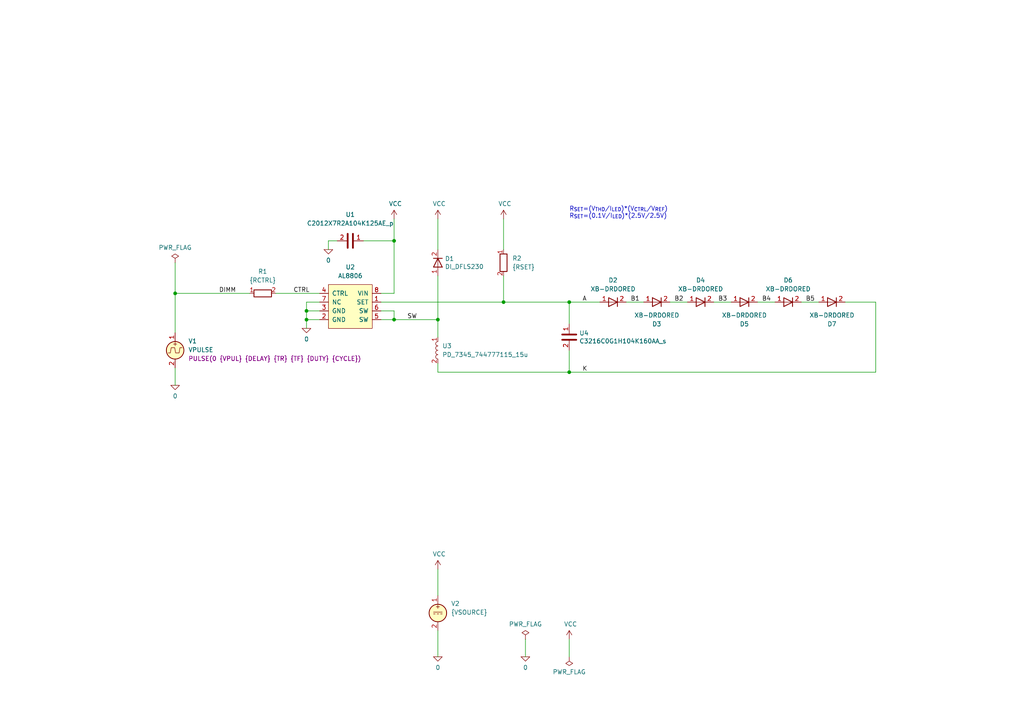
<source format=kicad_sch>
(kicad_sch
	(version 20231120)
	(generator "eeschema")
	(generator_version "8.0")
	(uuid "8a02b49a-91f4-44da-b69b-ecbba793e6fd")
	(paper "A4")
	(title_block
		(title "High efficiency 36V/1.5A buck led driver. XB-D red.")
		(date "2024-11-01")
		(rev "2")
		(company "astroelectronic@")
		(comment 1 "-")
		(comment 2 "-")
		(comment 3 "-")
		(comment 4 "AE01003806")
	)
	(lib_symbols
		(symbol "AL8806:0"
			(power)
			(pin_names
				(offset 0)
			)
			(exclude_from_sim no)
			(in_bom yes)
			(on_board yes)
			(property "Reference" "#GND"
				(at 0 -2.54 0)
				(effects
					(font
						(size 1.27 1.27)
					)
					(hide yes)
				)
			)
			(property "Value" "0"
				(at 0 -1.778 0)
				(effects
					(font
						(size 1.27 1.27)
					)
				)
			)
			(property "Footprint" ""
				(at 0 0 0)
				(effects
					(font
						(size 1.27 1.27)
					)
					(hide yes)
				)
			)
			(property "Datasheet" "~"
				(at 0 0 0)
				(effects
					(font
						(size 1.27 1.27)
					)
					(hide yes)
				)
			)
			(property "Description" "0V reference potential for simulation"
				(at 0 0 0)
				(effects
					(font
						(size 1.27 1.27)
					)
					(hide yes)
				)
			)
			(property "ki_keywords" "simulation"
				(at 0 0 0)
				(effects
					(font
						(size 1.27 1.27)
					)
					(hide yes)
				)
			)
			(symbol "0_0_1"
				(polyline
					(pts
						(xy -1.27 0) (xy 0 -1.27) (xy 1.27 0) (xy -1.27 0)
					)
					(stroke
						(width 0)
						(type default)
					)
					(fill
						(type none)
					)
				)
			)
			(symbol "0_1_1"
				(pin power_in line
					(at 0 0 0)
					(length 0) hide
					(name "0"
						(effects
							(font
								(size 1.016 1.016)
							)
						)
					)
					(number "1"
						(effects
							(font
								(size 1.016 1.016)
							)
						)
					)
				)
			)
		)
		(symbol "AL8806:AL8806"
			(pin_names
				(offset 1.016)
			)
			(exclude_from_sim no)
			(in_bom yes)
			(on_board yes)
			(property "Reference" "U"
				(at -6.35 -8.89 0)
				(effects
					(font
						(size 1.27 1.27)
					)
					(justify left bottom)
				)
			)
			(property "Value" "AL8806"
				(at -6.35 -11.43 0)
				(effects
					(font
						(size 1.27 1.27)
					)
					(justify left bottom)
				)
			)
			(property "Footprint" ""
				(at -6.35 -19.05 0)
				(effects
					(font
						(size 1.27 1.27)
					)
					(justify left bottom)
				)
			)
			(property "Datasheet" "http://www.diodes.com/catalog/Medium_Voltage_DC-DC_LED_Drivers_69/AL8806_8425"
				(at 0 0 0)
				(effects
					(font
						(size 1.27 1.27)
					)
					(hide yes)
				)
			)
			(property "Description" "High efficiency 36V 1.5A buck led driver"
				(at 0 0 0)
				(effects
					(font
						(size 1.27 1.27)
					)
					(hide yes)
				)
			)
			(property "ki_keywords" "simmodel"
				(at 0 0 0)
				(effects
					(font
						(size 1.27 1.27)
					)
					(hide yes)
				)
			)
			(symbol "AL8806_0_1"
				(rectangle
					(start -6.35 6.35)
					(end 6.35 -6.35)
					(stroke
						(width 0)
						(type default)
					)
					(fill
						(type background)
					)
				)
			)
			(symbol "AL8806_1_1"
				(pin passive line
					(at 8.89 1.27 180)
					(length 2.54)
					(name "SET"
						(effects
							(font
								(size 1.27 1.27)
							)
						)
					)
					(number "1"
						(effects
							(font
								(size 1.27 1.27)
							)
						)
					)
				)
				(pin passive line
					(at -8.89 -3.81 0)
					(length 2.54)
					(name "GND"
						(effects
							(font
								(size 1.27 1.27)
							)
						)
					)
					(number "2"
						(effects
							(font
								(size 1.27 1.27)
							)
						)
					)
				)
				(pin passive line
					(at -8.89 -1.27 0)
					(length 2.54)
					(name "GND"
						(effects
							(font
								(size 1.27 1.27)
							)
						)
					)
					(number "3"
						(effects
							(font
								(size 1.27 1.27)
							)
						)
					)
				)
				(pin passive line
					(at -8.89 3.81 0)
					(length 2.54)
					(name "CTRL"
						(effects
							(font
								(size 1.27 1.27)
							)
						)
					)
					(number "4"
						(effects
							(font
								(size 1.27 1.27)
							)
						)
					)
				)
				(pin passive line
					(at 8.89 -3.81 180)
					(length 2.54)
					(name "SW"
						(effects
							(font
								(size 1.27 1.27)
							)
						)
					)
					(number "5"
						(effects
							(font
								(size 1.27 1.27)
							)
						)
					)
				)
				(pin passive line
					(at 8.89 -1.27 180)
					(length 2.54)
					(name "SW"
						(effects
							(font
								(size 1.27 1.27)
							)
						)
					)
					(number "6"
						(effects
							(font
								(size 1.27 1.27)
							)
						)
					)
				)
				(pin passive line
					(at -8.89 1.27 0)
					(length 2.54)
					(name "NC"
						(effects
							(font
								(size 1.27 1.27)
							)
						)
					)
					(number "7"
						(effects
							(font
								(size 1.27 1.27)
							)
						)
					)
				)
				(pin passive line
					(at 8.89 3.81 180)
					(length 2.54)
					(name "VIN"
						(effects
							(font
								(size 1.27 1.27)
							)
						)
					)
					(number "8"
						(effects
							(font
								(size 1.27 1.27)
							)
						)
					)
				)
			)
		)
		(symbol "AL8806:C"
			(pin_names
				(offset 0.254) hide)
			(exclude_from_sim no)
			(in_bom yes)
			(on_board yes)
			(property "Reference" "C"
				(at 0.635 2.54 0)
				(effects
					(font
						(size 1.27 1.27)
					)
					(justify left)
				)
			)
			(property "Value" "C"
				(at 0.635 -2.54 0)
				(effects
					(font
						(size 1.27 1.27)
					)
					(justify left)
				)
			)
			(property "Footprint" ""
				(at 0.9652 -3.81 0)
				(effects
					(font
						(size 1.27 1.27)
					)
					(hide yes)
				)
			)
			(property "Datasheet" "~"
				(at 0 0 0)
				(effects
					(font
						(size 1.27 1.27)
					)
					(hide yes)
				)
			)
			(property "Description" "Unpolarized capacitor"
				(at 0 0 0)
				(effects
					(font
						(size 1.27 1.27)
					)
					(hide yes)
				)
			)
			(property "ki_keywords" "cap capacitor"
				(at 0 0 0)
				(effects
					(font
						(size 1.27 1.27)
					)
					(hide yes)
				)
			)
			(property "ki_fp_filters" "C_*"
				(at 0 0 0)
				(effects
					(font
						(size 1.27 1.27)
					)
					(hide yes)
				)
			)
			(symbol "C_0_1"
				(polyline
					(pts
						(xy -2.032 -0.762) (xy 2.032 -0.762)
					)
					(stroke
						(width 0.508)
						(type default)
					)
					(fill
						(type none)
					)
				)
				(polyline
					(pts
						(xy -2.032 0.762) (xy 2.032 0.762)
					)
					(stroke
						(width 0.508)
						(type default)
					)
					(fill
						(type none)
					)
				)
			)
			(symbol "C_1_1"
				(pin passive line
					(at 0 3.81 270)
					(length 2.794)
					(name "~"
						(effects
							(font
								(size 1.27 1.27)
							)
						)
					)
					(number "1"
						(effects
							(font
								(size 1.27 1.27)
							)
						)
					)
				)
				(pin passive line
					(at 0 -3.81 90)
					(length 2.794)
					(name "~"
						(effects
							(font
								(size 1.27 1.27)
							)
						)
					)
					(number "2"
						(effects
							(font
								(size 1.27 1.27)
							)
						)
					)
				)
			)
		)
		(symbol "AL8806:DIODE"
			(pin_names
				(offset 1.016) hide)
			(exclude_from_sim no)
			(in_bom yes)
			(on_board yes)
			(property "Reference" "D"
				(at 0 2.54 0)
				(effects
					(font
						(size 1.27 1.27)
					)
				)
			)
			(property "Value" "${SIM.PARAMS}"
				(at 0 -2.54 0)
				(effects
					(font
						(size 1.27 1.27)
					)
				)
			)
			(property "Footprint" ""
				(at 0 0 0)
				(effects
					(font
						(size 1.27 1.27)
					)
					(hide yes)
				)
			)
			(property "Datasheet" "~"
				(at 0 0 0)
				(effects
					(font
						(size 1.27 1.27)
					)
					(hide yes)
				)
			)
			(property "Description" "Diode, anode on pin 1, for simulation only!"
				(at 0 0 0)
				(effects
					(font
						(size 1.27 1.27)
					)
					(hide yes)
				)
			)
			(property "Sim.Pins" "1=1 2=2"
				(at 0 0 0)
				(effects
					(font
						(size 1.27 1.27)
					)
					(hide yes)
				)
			)
			(property "Sim.Device" "SPICE"
				(at 0 0 0)
				(effects
					(font
						(size 1.27 1.27)
					)
					(justify left)
					(hide yes)
				)
			)
			(property "Sim.Params" "type=\"D\" model=\"DIODE\" lib=\"\""
				(at 0 0 0)
				(effects
					(font
						(size 1.27 1.27)
					)
					(hide yes)
				)
			)
			(property "Spice_Netlist_Enabled" "Y"
				(at 0 0 0)
				(effects
					(font
						(size 1.27 1.27)
					)
					(justify left)
					(hide yes)
				)
			)
			(property "ki_keywords" "simulation"
				(at 0 0 0)
				(effects
					(font
						(size 1.27 1.27)
					)
					(hide yes)
				)
			)
			(symbol "DIODE_0_1"
				(polyline
					(pts
						(xy 1.27 0) (xy -1.27 0)
					)
					(stroke
						(width 0)
						(type default)
					)
					(fill
						(type none)
					)
				)
				(polyline
					(pts
						(xy 1.27 1.27) (xy 1.27 -1.27)
					)
					(stroke
						(width 0.254)
						(type default)
					)
					(fill
						(type none)
					)
				)
				(polyline
					(pts
						(xy -1.27 -1.27) (xy -1.27 1.27) (xy 1.27 0) (xy -1.27 -1.27)
					)
					(stroke
						(width 0.254)
						(type default)
					)
					(fill
						(type none)
					)
				)
			)
			(symbol "DIODE_1_1"
				(pin passive line
					(at -3.81 0 0)
					(length 2.54)
					(name "A"
						(effects
							(font
								(size 1.27 1.27)
							)
						)
					)
					(number "1"
						(effects
							(font
								(size 1.27 1.27)
							)
						)
					)
				)
				(pin passive line
					(at 3.81 0 180)
					(length 2.54)
					(name "K"
						(effects
							(font
								(size 1.27 1.27)
							)
						)
					)
					(number "2"
						(effects
							(font
								(size 1.27 1.27)
							)
						)
					)
				)
			)
		)
		(symbol "AL8806:PWR_FLAG"
			(power)
			(pin_numbers hide)
			(pin_names
				(offset 0) hide)
			(exclude_from_sim no)
			(in_bom yes)
			(on_board yes)
			(property "Reference" "#FLG"
				(at 0 1.905 0)
				(effects
					(font
						(size 1.27 1.27)
					)
					(hide yes)
				)
			)
			(property "Value" "PWR_FLAG"
				(at 0 3.81 0)
				(effects
					(font
						(size 1.27 1.27)
					)
				)
			)
			(property "Footprint" ""
				(at 0 0 0)
				(effects
					(font
						(size 1.27 1.27)
					)
					(hide yes)
				)
			)
			(property "Datasheet" "~"
				(at 0 0 0)
				(effects
					(font
						(size 1.27 1.27)
					)
					(hide yes)
				)
			)
			(property "Description" "Special symbol for telling ERC where power comes from"
				(at 0 0 0)
				(effects
					(font
						(size 1.27 1.27)
					)
					(hide yes)
				)
			)
			(property "ki_keywords" "flag power"
				(at 0 0 0)
				(effects
					(font
						(size 1.27 1.27)
					)
					(hide yes)
				)
			)
			(symbol "PWR_FLAG_0_0"
				(pin power_out line
					(at 0 0 90)
					(length 0)
					(name "pwr"
						(effects
							(font
								(size 1.27 1.27)
							)
						)
					)
					(number "1"
						(effects
							(font
								(size 1.27 1.27)
							)
						)
					)
				)
			)
			(symbol "PWR_FLAG_0_1"
				(polyline
					(pts
						(xy 0 0) (xy 0 1.27) (xy -1.016 1.905) (xy 0 2.54) (xy 1.016 1.905) (xy 0 1.27)
					)
					(stroke
						(width 0)
						(type default)
					)
					(fill
						(type none)
					)
				)
			)
		)
		(symbol "AL8806:VCC"
			(power)
			(pin_names
				(offset 0)
			)
			(exclude_from_sim no)
			(in_bom yes)
			(on_board yes)
			(property "Reference" "#PWR"
				(at 0 -3.81 0)
				(effects
					(font
						(size 1.27 1.27)
					)
					(hide yes)
				)
			)
			(property "Value" "VCC"
				(at 0 3.81 0)
				(effects
					(font
						(size 1.27 1.27)
					)
				)
			)
			(property "Footprint" ""
				(at 0 0 0)
				(effects
					(font
						(size 1.27 1.27)
					)
					(hide yes)
				)
			)
			(property "Datasheet" ""
				(at 0 0 0)
				(effects
					(font
						(size 1.27 1.27)
					)
					(hide yes)
				)
			)
			(property "Description" "Power symbol creates a global label with name \"VCC\""
				(at 0 0 0)
				(effects
					(font
						(size 1.27 1.27)
					)
					(hide yes)
				)
			)
			(property "ki_keywords" "global power"
				(at 0 0 0)
				(effects
					(font
						(size 1.27 1.27)
					)
					(hide yes)
				)
			)
			(symbol "VCC_0_1"
				(polyline
					(pts
						(xy -0.762 1.27) (xy 0 2.54)
					)
					(stroke
						(width 0)
						(type default)
					)
					(fill
						(type none)
					)
				)
				(polyline
					(pts
						(xy 0 0) (xy 0 2.54)
					)
					(stroke
						(width 0)
						(type default)
					)
					(fill
						(type none)
					)
				)
				(polyline
					(pts
						(xy 0 2.54) (xy 0.762 1.27)
					)
					(stroke
						(width 0)
						(type default)
					)
					(fill
						(type none)
					)
				)
			)
			(symbol "VCC_1_1"
				(pin power_in line
					(at 0 0 90)
					(length 0) hide
					(name "VCC"
						(effects
							(font
								(size 1.27 1.27)
							)
						)
					)
					(number "1"
						(effects
							(font
								(size 1.27 1.27)
							)
						)
					)
				)
			)
		)
		(symbol "AL8806:VDC"
			(pin_names
				(offset 0.0254) hide)
			(exclude_from_sim no)
			(in_bom yes)
			(on_board yes)
			(property "Reference" "V"
				(at 2.54 2.54 0)
				(effects
					(font
						(size 1.27 1.27)
					)
					(justify left)
				)
			)
			(property "Value" "1"
				(at 2.54 0 0)
				(effects
					(font
						(size 1.27 1.27)
					)
					(justify left)
				)
			)
			(property "Footprint" ""
				(at 0 0 0)
				(effects
					(font
						(size 1.27 1.27)
					)
					(hide yes)
				)
			)
			(property "Datasheet" "~"
				(at 0 0 0)
				(effects
					(font
						(size 1.27 1.27)
					)
					(hide yes)
				)
			)
			(property "Description" "Voltage source, DC"
				(at 0 0 0)
				(effects
					(font
						(size 1.27 1.27)
					)
					(hide yes)
				)
			)
			(property "Sim.Pins" "1=+ 2=-"
				(at 0 0 0)
				(effects
					(font
						(size 1.27 1.27)
					)
					(hide yes)
				)
			)
			(property "Sim.Type" "DC"
				(at 0 0 0)
				(effects
					(font
						(size 1.27 1.27)
					)
					(hide yes)
				)
			)
			(property "Sim.Device" "V"
				(at 0 0 0)
				(effects
					(font
						(size 1.27 1.27)
					)
					(justify left)
					(hide yes)
				)
			)
			(property "Spice_Netlist_Enabled" "Y"
				(at 0 0 0)
				(effects
					(font
						(size 1.27 1.27)
					)
					(justify left)
					(hide yes)
				)
			)
			(property "ki_keywords" "simulation"
				(at 0 0 0)
				(effects
					(font
						(size 1.27 1.27)
					)
					(hide yes)
				)
			)
			(symbol "VDC_0_0"
				(polyline
					(pts
						(xy -1.27 0.254) (xy 1.27 0.254)
					)
					(stroke
						(width 0)
						(type default)
					)
					(fill
						(type none)
					)
				)
				(polyline
					(pts
						(xy -0.762 -0.254) (xy -1.27 -0.254)
					)
					(stroke
						(width 0)
						(type default)
					)
					(fill
						(type none)
					)
				)
				(polyline
					(pts
						(xy 0.254 -0.254) (xy -0.254 -0.254)
					)
					(stroke
						(width 0)
						(type default)
					)
					(fill
						(type none)
					)
				)
				(polyline
					(pts
						(xy 1.27 -0.254) (xy 0.762 -0.254)
					)
					(stroke
						(width 0)
						(type default)
					)
					(fill
						(type none)
					)
				)
				(text "+"
					(at 0 1.905 0)
					(effects
						(font
							(size 1.27 1.27)
						)
					)
				)
			)
			(symbol "VDC_0_1"
				(circle
					(center 0 0)
					(radius 2.54)
					(stroke
						(width 0.254)
						(type default)
					)
					(fill
						(type background)
					)
				)
			)
			(symbol "VDC_1_1"
				(pin passive line
					(at 0 5.08 270)
					(length 2.54)
					(name "~"
						(effects
							(font
								(size 1.27 1.27)
							)
						)
					)
					(number "1"
						(effects
							(font
								(size 1.27 1.27)
							)
						)
					)
				)
				(pin passive line
					(at 0 -5.08 90)
					(length 2.54)
					(name "~"
						(effects
							(font
								(size 1.27 1.27)
							)
						)
					)
					(number "2"
						(effects
							(font
								(size 1.27 1.27)
							)
						)
					)
				)
			)
		)
		(symbol "AL8806:VPULSE"
			(pin_names
				(offset 0.0254) hide)
			(exclude_from_sim no)
			(in_bom yes)
			(on_board yes)
			(property "Reference" "V"
				(at 2.54 2.54 0)
				(effects
					(font
						(size 1.27 1.27)
					)
					(justify left)
				)
			)
			(property "Value" "VPULSE"
				(at 2.54 0 0)
				(effects
					(font
						(size 1.27 1.27)
					)
					(justify left)
				)
			)
			(property "Footprint" ""
				(at 0 0 0)
				(effects
					(font
						(size 1.27 1.27)
					)
					(hide yes)
				)
			)
			(property "Datasheet" "~"
				(at 0 0 0)
				(effects
					(font
						(size 1.27 1.27)
					)
					(hide yes)
				)
			)
			(property "Description" "Voltage source, pulse"
				(at 0 0 0)
				(effects
					(font
						(size 1.27 1.27)
					)
					(hide yes)
				)
			)
			(property "Sim.Pins" "1=+ 2=-"
				(at 0 0 0)
				(effects
					(font
						(size 1.27 1.27)
					)
					(hide yes)
				)
			)
			(property "Sim.Type" "PULSE"
				(at 0 0 0)
				(effects
					(font
						(size 1.27 1.27)
					)
					(hide yes)
				)
			)
			(property "Sim.Device" "V"
				(at 0 0 0)
				(effects
					(font
						(size 1.27 1.27)
					)
					(justify left)
					(hide yes)
				)
			)
			(property "Sim.Params" "y1=0 y2=1 td=2n tr=2n tf=2n tw=50n per=100n"
				(at 2.54 -2.54 0)
				(effects
					(font
						(size 1.27 1.27)
					)
					(justify left)
				)
			)
			(property "Spice_Netlist_Enabled" "Y"
				(at 0 0 0)
				(effects
					(font
						(size 1.27 1.27)
					)
					(justify left)
					(hide yes)
				)
			)
			(property "ki_keywords" "simulation"
				(at 0 0 0)
				(effects
					(font
						(size 1.27 1.27)
					)
					(hide yes)
				)
			)
			(symbol "VPULSE_0_0"
				(polyline
					(pts
						(xy -2.032 -0.762) (xy -1.397 -0.762) (xy -1.143 0.762) (xy -0.127 0.762) (xy 0.127 -0.762) (xy 1.143 -0.762)
						(xy 1.397 0.762) (xy 2.032 0.762)
					)
					(stroke
						(width 0)
						(type default)
					)
					(fill
						(type none)
					)
				)
				(text "+"
					(at 0 1.905 0)
					(effects
						(font
							(size 1.27 1.27)
						)
					)
				)
			)
			(symbol "VPULSE_0_1"
				(circle
					(center 0 0)
					(radius 2.54)
					(stroke
						(width 0.254)
						(type default)
					)
					(fill
						(type background)
					)
				)
			)
			(symbol "VPULSE_1_1"
				(pin passive line
					(at 0 5.08 270)
					(length 2.54)
					(name "~"
						(effects
							(font
								(size 1.27 1.27)
							)
						)
					)
					(number "1"
						(effects
							(font
								(size 1.27 1.27)
							)
						)
					)
				)
				(pin passive line
					(at 0 -5.08 90)
					(length 2.54)
					(name "~"
						(effects
							(font
								(size 1.27 1.27)
							)
						)
					)
					(number "2"
						(effects
							(font
								(size 1.27 1.27)
							)
						)
					)
				)
			)
		)
		(symbol "C_1"
			(pin_names
				(offset 0.254) hide)
			(exclude_from_sim no)
			(in_bom yes)
			(on_board yes)
			(property "Reference" "C"
				(at 0.635 2.54 0)
				(effects
					(font
						(size 1.27 1.27)
					)
					(justify left)
				)
			)
			(property "Value" "C_1"
				(at 0.635 -2.54 0)
				(effects
					(font
						(size 1.27 1.27)
					)
					(justify left)
				)
			)
			(property "Footprint" ""
				(at 0.9652 -3.81 0)
				(effects
					(font
						(size 1.27 1.27)
					)
					(hide yes)
				)
			)
			(property "Datasheet" "~"
				(at 0 0 0)
				(effects
					(font
						(size 1.27 1.27)
					)
					(hide yes)
				)
			)
			(property "Description" "Unpolarized capacitor"
				(at 0 0 0)
				(effects
					(font
						(size 1.27 1.27)
					)
					(hide yes)
				)
			)
			(property "ki_keywords" "cap capacitor"
				(at 0 0 0)
				(effects
					(font
						(size 1.27 1.27)
					)
					(hide yes)
				)
			)
			(property "ki_fp_filters" "C_*"
				(at 0 0 0)
				(effects
					(font
						(size 1.27 1.27)
					)
					(hide yes)
				)
			)
			(symbol "C_1_0_1"
				(polyline
					(pts
						(xy -2.032 -0.762) (xy 2.032 -0.762)
					)
					(stroke
						(width 0.508)
						(type default)
					)
					(fill
						(type none)
					)
				)
				(polyline
					(pts
						(xy -2.032 0.762) (xy 2.032 0.762)
					)
					(stroke
						(width 0.508)
						(type default)
					)
					(fill
						(type none)
					)
				)
			)
			(symbol "C_1_1_1"
				(pin passive line
					(at 0 3.81 270)
					(length 2.794)
					(name "~"
						(effects
							(font
								(size 1.27 1.27)
							)
						)
					)
					(number "1"
						(effects
							(font
								(size 1.27 1.27)
							)
						)
					)
				)
				(pin passive line
					(at 0 -3.81 90)
					(length 2.794)
					(name "~"
						(effects
							(font
								(size 1.27 1.27)
							)
						)
					)
					(number "2"
						(effects
							(font
								(size 1.27 1.27)
							)
						)
					)
				)
			)
		)
		(symbol "DIODE_2_1"
			(pin_names
				(offset 1.016) hide)
			(exclude_from_sim no)
			(in_bom yes)
			(on_board yes)
			(property "Reference" "D"
				(at 0 2.54 0)
				(effects
					(font
						(size 1.27 1.27)
					)
				)
			)
			(property "Value" "${SIM.PARAMS}"
				(at 0 -2.54 0)
				(effects
					(font
						(size 1.27 1.27)
					)
				)
			)
			(property "Footprint" ""
				(at 0 0 0)
				(effects
					(font
						(size 1.27 1.27)
					)
					(hide yes)
				)
			)
			(property "Datasheet" "~"
				(at 0 0 0)
				(effects
					(font
						(size 1.27 1.27)
					)
					(hide yes)
				)
			)
			(property "Description" "Diode, anode on pin 1, for simulation only!"
				(at 0 0 0)
				(effects
					(font
						(size 1.27 1.27)
					)
					(hide yes)
				)
			)
			(property "Sim.Pins" "1=1 2=2"
				(at 0 0 0)
				(effects
					(font
						(size 1.27 1.27)
					)
					(hide yes)
				)
			)
			(property "Sim.Device" "SPICE"
				(at 0 0 0)
				(effects
					(font
						(size 1.27 1.27)
					)
					(justify left)
					(hide yes)
				)
			)
			(property "Sim.Params" "type=\"D\" model=\"DIODE_2\" lib=\"\""
				(at 0 0 0)
				(effects
					(font
						(size 1.27 1.27)
					)
					(hide yes)
				)
			)
			(property "Spice_Netlist_Enabled" "Y"
				(at 0 0 0)
				(effects
					(font
						(size 1.27 1.27)
					)
					(justify left)
					(hide yes)
				)
			)
			(property "ki_keywords" "simulation"
				(at 0 0 0)
				(effects
					(font
						(size 1.27 1.27)
					)
					(hide yes)
				)
			)
			(symbol "DIODE_2_1_0_1"
				(polyline
					(pts
						(xy 1.27 0) (xy -1.27 0)
					)
					(stroke
						(width 0)
						(type default)
					)
					(fill
						(type none)
					)
				)
				(polyline
					(pts
						(xy 1.27 1.27) (xy 1.27 -1.27)
					)
					(stroke
						(width 0.254)
						(type default)
					)
					(fill
						(type none)
					)
				)
				(polyline
					(pts
						(xy -1.27 -1.27) (xy -1.27 1.27) (xy 1.27 0) (xy -1.27 -1.27)
					)
					(stroke
						(width 0.254)
						(type default)
					)
					(fill
						(type none)
					)
				)
			)
			(symbol "DIODE_2_1_1_1"
				(pin passive line
					(at -3.81 0 0)
					(length 2.54)
					(name "A"
						(effects
							(font
								(size 1.27 1.27)
							)
						)
					)
					(number "1"
						(effects
							(font
								(size 1.27 1.27)
							)
						)
					)
				)
				(pin passive line
					(at 3.81 0 180)
					(length 2.54)
					(name "K"
						(effects
							(font
								(size 1.27 1.27)
							)
						)
					)
					(number "2"
						(effects
							(font
								(size 1.27 1.27)
							)
						)
					)
				)
			)
		)
		(symbol "DIODE_2_2"
			(pin_names
				(offset 1.016) hide)
			(exclude_from_sim no)
			(in_bom yes)
			(on_board yes)
			(property "Reference" "D"
				(at 0 2.54 0)
				(effects
					(font
						(size 1.27 1.27)
					)
				)
			)
			(property "Value" "${SIM.PARAMS}"
				(at 0 -2.54 0)
				(effects
					(font
						(size 1.27 1.27)
					)
				)
			)
			(property "Footprint" ""
				(at 0 0 0)
				(effects
					(font
						(size 1.27 1.27)
					)
					(hide yes)
				)
			)
			(property "Datasheet" "~"
				(at 0 0 0)
				(effects
					(font
						(size 1.27 1.27)
					)
					(hide yes)
				)
			)
			(property "Description" "Diode, anode on pin 1, for simulation only!"
				(at 0 0 0)
				(effects
					(font
						(size 1.27 1.27)
					)
					(hide yes)
				)
			)
			(property "Sim.Pins" "1=1 2=2"
				(at 0 0 0)
				(effects
					(font
						(size 1.27 1.27)
					)
					(hide yes)
				)
			)
			(property "Sim.Device" "SPICE"
				(at 0 0 0)
				(effects
					(font
						(size 1.27 1.27)
					)
					(justify left)
					(hide yes)
				)
			)
			(property "Sim.Params" "type=\"D\" model=\"DIODE_2\" lib=\"\""
				(at 0 0 0)
				(effects
					(font
						(size 1.27 1.27)
					)
					(hide yes)
				)
			)
			(property "Spice_Netlist_Enabled" "Y"
				(at 0 0 0)
				(effects
					(font
						(size 1.27 1.27)
					)
					(justify left)
					(hide yes)
				)
			)
			(property "ki_keywords" "simulation"
				(at 0 0 0)
				(effects
					(font
						(size 1.27 1.27)
					)
					(hide yes)
				)
			)
			(symbol "DIODE_2_2_0_1"
				(polyline
					(pts
						(xy 1.27 0) (xy -1.27 0)
					)
					(stroke
						(width 0)
						(type default)
					)
					(fill
						(type none)
					)
				)
				(polyline
					(pts
						(xy 1.27 1.27) (xy 1.27 -1.27)
					)
					(stroke
						(width 0.254)
						(type default)
					)
					(fill
						(type none)
					)
				)
				(polyline
					(pts
						(xy -1.27 -1.27) (xy -1.27 1.27) (xy 1.27 0) (xy -1.27 -1.27)
					)
					(stroke
						(width 0.254)
						(type default)
					)
					(fill
						(type none)
					)
				)
			)
			(symbol "DIODE_2_2_1_1"
				(pin passive line
					(at -3.81 0 0)
					(length 2.54)
					(name "A"
						(effects
							(font
								(size 1.27 1.27)
							)
						)
					)
					(number "1"
						(effects
							(font
								(size 1.27 1.27)
							)
						)
					)
				)
				(pin passive line
					(at 3.81 0 180)
					(length 2.54)
					(name "K"
						(effects
							(font
								(size 1.27 1.27)
							)
						)
					)
					(number "2"
						(effects
							(font
								(size 1.27 1.27)
							)
						)
					)
				)
			)
		)
		(symbol "DIODE_2_3"
			(pin_names
				(offset 1.016) hide)
			(exclude_from_sim no)
			(in_bom yes)
			(on_board yes)
			(property "Reference" "D"
				(at 0 2.54 0)
				(effects
					(font
						(size 1.27 1.27)
					)
				)
			)
			(property "Value" "${SIM.PARAMS}"
				(at 0 -2.54 0)
				(effects
					(font
						(size 1.27 1.27)
					)
				)
			)
			(property "Footprint" ""
				(at 0 0 0)
				(effects
					(font
						(size 1.27 1.27)
					)
					(hide yes)
				)
			)
			(property "Datasheet" "~"
				(at 0 0 0)
				(effects
					(font
						(size 1.27 1.27)
					)
					(hide yes)
				)
			)
			(property "Description" "Diode, anode on pin 1, for simulation only!"
				(at 0 0 0)
				(effects
					(font
						(size 1.27 1.27)
					)
					(hide yes)
				)
			)
			(property "Sim.Pins" "1=1 2=2"
				(at 0 0 0)
				(effects
					(font
						(size 1.27 1.27)
					)
					(hide yes)
				)
			)
			(property "Sim.Device" "SPICE"
				(at 0 0 0)
				(effects
					(font
						(size 1.27 1.27)
					)
					(justify left)
					(hide yes)
				)
			)
			(property "Sim.Params" "type=\"D\" model=\"DIODE_2\" lib=\"\""
				(at 0 0 0)
				(effects
					(font
						(size 1.27 1.27)
					)
					(hide yes)
				)
			)
			(property "Spice_Netlist_Enabled" "Y"
				(at 0 0 0)
				(effects
					(font
						(size 1.27 1.27)
					)
					(justify left)
					(hide yes)
				)
			)
			(property "ki_keywords" "simulation"
				(at 0 0 0)
				(effects
					(font
						(size 1.27 1.27)
					)
					(hide yes)
				)
			)
			(symbol "DIODE_2_3_0_1"
				(polyline
					(pts
						(xy 1.27 0) (xy -1.27 0)
					)
					(stroke
						(width 0)
						(type default)
					)
					(fill
						(type none)
					)
				)
				(polyline
					(pts
						(xy 1.27 1.27) (xy 1.27 -1.27)
					)
					(stroke
						(width 0.254)
						(type default)
					)
					(fill
						(type none)
					)
				)
				(polyline
					(pts
						(xy -1.27 -1.27) (xy -1.27 1.27) (xy 1.27 0) (xy -1.27 -1.27)
					)
					(stroke
						(width 0.254)
						(type default)
					)
					(fill
						(type none)
					)
				)
			)
			(symbol "DIODE_2_3_1_1"
				(pin passive line
					(at -3.81 0 0)
					(length 2.54)
					(name "A"
						(effects
							(font
								(size 1.27 1.27)
							)
						)
					)
					(number "1"
						(effects
							(font
								(size 1.27 1.27)
							)
						)
					)
				)
				(pin passive line
					(at 3.81 0 180)
					(length 2.54)
					(name "K"
						(effects
							(font
								(size 1.27 1.27)
							)
						)
					)
					(number "2"
						(effects
							(font
								(size 1.27 1.27)
							)
						)
					)
				)
			)
		)
		(symbol "DIODE_2_4"
			(pin_names
				(offset 1.016) hide)
			(exclude_from_sim no)
			(in_bom yes)
			(on_board yes)
			(property "Reference" "D"
				(at 0 2.54 0)
				(effects
					(font
						(size 1.27 1.27)
					)
				)
			)
			(property "Value" "${SIM.PARAMS}"
				(at 0 -2.54 0)
				(effects
					(font
						(size 1.27 1.27)
					)
				)
			)
			(property "Footprint" ""
				(at 0 0 0)
				(effects
					(font
						(size 1.27 1.27)
					)
					(hide yes)
				)
			)
			(property "Datasheet" "~"
				(at 0 0 0)
				(effects
					(font
						(size 1.27 1.27)
					)
					(hide yes)
				)
			)
			(property "Description" "Diode, anode on pin 1, for simulation only!"
				(at 0 0 0)
				(effects
					(font
						(size 1.27 1.27)
					)
					(hide yes)
				)
			)
			(property "Sim.Pins" "1=1 2=2"
				(at 0 0 0)
				(effects
					(font
						(size 1.27 1.27)
					)
					(hide yes)
				)
			)
			(property "Sim.Device" "SPICE"
				(at 0 0 0)
				(effects
					(font
						(size 1.27 1.27)
					)
					(justify left)
					(hide yes)
				)
			)
			(property "Sim.Params" "type=\"D\" model=\"DIODE_2\" lib=\"\""
				(at 0 0 0)
				(effects
					(font
						(size 1.27 1.27)
					)
					(hide yes)
				)
			)
			(property "Spice_Netlist_Enabled" "Y"
				(at 0 0 0)
				(effects
					(font
						(size 1.27 1.27)
					)
					(justify left)
					(hide yes)
				)
			)
			(property "ki_keywords" "simulation"
				(at 0 0 0)
				(effects
					(font
						(size 1.27 1.27)
					)
					(hide yes)
				)
			)
			(symbol "DIODE_2_4_0_1"
				(polyline
					(pts
						(xy 1.27 0) (xy -1.27 0)
					)
					(stroke
						(width 0)
						(type default)
					)
					(fill
						(type none)
					)
				)
				(polyline
					(pts
						(xy 1.27 1.27) (xy 1.27 -1.27)
					)
					(stroke
						(width 0.254)
						(type default)
					)
					(fill
						(type none)
					)
				)
				(polyline
					(pts
						(xy -1.27 -1.27) (xy -1.27 1.27) (xy 1.27 0) (xy -1.27 -1.27)
					)
					(stroke
						(width 0.254)
						(type default)
					)
					(fill
						(type none)
					)
				)
			)
			(symbol "DIODE_2_4_1_1"
				(pin passive line
					(at -3.81 0 0)
					(length 2.54)
					(name "A"
						(effects
							(font
								(size 1.27 1.27)
							)
						)
					)
					(number "1"
						(effects
							(font
								(size 1.27 1.27)
							)
						)
					)
				)
				(pin passive line
					(at 3.81 0 180)
					(length 2.54)
					(name "K"
						(effects
							(font
								(size 1.27 1.27)
							)
						)
					)
					(number "2"
						(effects
							(font
								(size 1.27 1.27)
							)
						)
					)
				)
			)
		)
		(symbol "DIODE_2_5"
			(pin_names
				(offset 1.016) hide)
			(exclude_from_sim no)
			(in_bom yes)
			(on_board yes)
			(property "Reference" "D"
				(at 0 2.54 0)
				(effects
					(font
						(size 1.27 1.27)
					)
				)
			)
			(property "Value" "${SIM.PARAMS}"
				(at 0 -2.54 0)
				(effects
					(font
						(size 1.27 1.27)
					)
				)
			)
			(property "Footprint" ""
				(at 0 0 0)
				(effects
					(font
						(size 1.27 1.27)
					)
					(hide yes)
				)
			)
			(property "Datasheet" "~"
				(at 0 0 0)
				(effects
					(font
						(size 1.27 1.27)
					)
					(hide yes)
				)
			)
			(property "Description" "Diode, anode on pin 1, for simulation only!"
				(at 0 0 0)
				(effects
					(font
						(size 1.27 1.27)
					)
					(hide yes)
				)
			)
			(property "Sim.Pins" "1=1 2=2"
				(at 0 0 0)
				(effects
					(font
						(size 1.27 1.27)
					)
					(hide yes)
				)
			)
			(property "Sim.Device" "SPICE"
				(at 0 0 0)
				(effects
					(font
						(size 1.27 1.27)
					)
					(justify left)
					(hide yes)
				)
			)
			(property "Sim.Params" "type=\"D\" model=\"DIODE_2\" lib=\"\""
				(at 0 0 0)
				(effects
					(font
						(size 1.27 1.27)
					)
					(hide yes)
				)
			)
			(property "Spice_Netlist_Enabled" "Y"
				(at 0 0 0)
				(effects
					(font
						(size 1.27 1.27)
					)
					(justify left)
					(hide yes)
				)
			)
			(property "ki_keywords" "simulation"
				(at 0 0 0)
				(effects
					(font
						(size 1.27 1.27)
					)
					(hide yes)
				)
			)
			(symbol "DIODE_2_5_0_1"
				(polyline
					(pts
						(xy 1.27 0) (xy -1.27 0)
					)
					(stroke
						(width 0)
						(type default)
					)
					(fill
						(type none)
					)
				)
				(polyline
					(pts
						(xy 1.27 1.27) (xy 1.27 -1.27)
					)
					(stroke
						(width 0.254)
						(type default)
					)
					(fill
						(type none)
					)
				)
				(polyline
					(pts
						(xy -1.27 -1.27) (xy -1.27 1.27) (xy 1.27 0) (xy -1.27 -1.27)
					)
					(stroke
						(width 0.254)
						(type default)
					)
					(fill
						(type none)
					)
				)
			)
			(symbol "DIODE_2_5_1_1"
				(pin passive line
					(at -3.81 0 0)
					(length 2.54)
					(name "A"
						(effects
							(font
								(size 1.27 1.27)
							)
						)
					)
					(number "1"
						(effects
							(font
								(size 1.27 1.27)
							)
						)
					)
				)
				(pin passive line
					(at 3.81 0 180)
					(length 2.54)
					(name "K"
						(effects
							(font
								(size 1.27 1.27)
							)
						)
					)
					(number "2"
						(effects
							(font
								(size 1.27 1.27)
							)
						)
					)
				)
			)
		)
		(symbol "DIODE_2_6"
			(pin_names
				(offset 1.016) hide)
			(exclude_from_sim no)
			(in_bom yes)
			(on_board yes)
			(property "Reference" "D"
				(at 0 2.54 0)
				(effects
					(font
						(size 1.27 1.27)
					)
				)
			)
			(property "Value" "${SIM.PARAMS}"
				(at 0 -2.54 0)
				(effects
					(font
						(size 1.27 1.27)
					)
				)
			)
			(property "Footprint" ""
				(at 0 0 0)
				(effects
					(font
						(size 1.27 1.27)
					)
					(hide yes)
				)
			)
			(property "Datasheet" "~"
				(at 0 0 0)
				(effects
					(font
						(size 1.27 1.27)
					)
					(hide yes)
				)
			)
			(property "Description" "Diode, anode on pin 1, for simulation only!"
				(at 0 0 0)
				(effects
					(font
						(size 1.27 1.27)
					)
					(hide yes)
				)
			)
			(property "Sim.Pins" "1=1 2=2"
				(at 0 0 0)
				(effects
					(font
						(size 1.27 1.27)
					)
					(hide yes)
				)
			)
			(property "Sim.Device" "SPICE"
				(at 0 0 0)
				(effects
					(font
						(size 1.27 1.27)
					)
					(justify left)
					(hide yes)
				)
			)
			(property "Sim.Params" "type=\"D\" model=\"DIODE_2\" lib=\"\""
				(at 0 0 0)
				(effects
					(font
						(size 1.27 1.27)
					)
					(hide yes)
				)
			)
			(property "Spice_Netlist_Enabled" "Y"
				(at 0 0 0)
				(effects
					(font
						(size 1.27 1.27)
					)
					(justify left)
					(hide yes)
				)
			)
			(property "ki_keywords" "simulation"
				(at 0 0 0)
				(effects
					(font
						(size 1.27 1.27)
					)
					(hide yes)
				)
			)
			(symbol "DIODE_2_6_0_1"
				(polyline
					(pts
						(xy 1.27 0) (xy -1.27 0)
					)
					(stroke
						(width 0)
						(type default)
					)
					(fill
						(type none)
					)
				)
				(polyline
					(pts
						(xy 1.27 1.27) (xy 1.27 -1.27)
					)
					(stroke
						(width 0.254)
						(type default)
					)
					(fill
						(type none)
					)
				)
				(polyline
					(pts
						(xy -1.27 -1.27) (xy -1.27 1.27) (xy 1.27 0) (xy -1.27 -1.27)
					)
					(stroke
						(width 0.254)
						(type default)
					)
					(fill
						(type none)
					)
				)
			)
			(symbol "DIODE_2_6_1_1"
				(pin passive line
					(at -3.81 0 0)
					(length 2.54)
					(name "A"
						(effects
							(font
								(size 1.27 1.27)
							)
						)
					)
					(number "1"
						(effects
							(font
								(size 1.27 1.27)
							)
						)
					)
				)
				(pin passive line
					(at 3.81 0 180)
					(length 2.54)
					(name "K"
						(effects
							(font
								(size 1.27 1.27)
							)
						)
					)
					(number "2"
						(effects
							(font
								(size 1.27 1.27)
							)
						)
					)
				)
			)
		)
		(symbol "L_1"
			(pin_names
				(offset 1.016) hide)
			(exclude_from_sim no)
			(in_bom yes)
			(on_board yes)
			(property "Reference" "L"
				(at -1.27 0 90)
				(effects
					(font
						(size 1.27 1.27)
					)
				)
			)
			(property "Value" "L_1"
				(at 1.905 0 90)
				(effects
					(font
						(size 1.27 1.27)
					)
				)
			)
			(property "Footprint" ""
				(at 0 0 0)
				(effects
					(font
						(size 1.27 1.27)
					)
					(hide yes)
				)
			)
			(property "Datasheet" "~"
				(at 0 0 0)
				(effects
					(font
						(size 1.27 1.27)
					)
					(hide yes)
				)
			)
			(property "Description" "Inductor"
				(at 0 0 0)
				(effects
					(font
						(size 1.27 1.27)
					)
					(hide yes)
				)
			)
			(property "ki_keywords" "inductor choke coil reactor magnetic"
				(at 0 0 0)
				(effects
					(font
						(size 1.27 1.27)
					)
					(hide yes)
				)
			)
			(property "ki_fp_filters" "Choke_* *Coil* Inductor_* L_*"
				(at 0 0 0)
				(effects
					(font
						(size 1.27 1.27)
					)
					(hide yes)
				)
			)
			(symbol "L_1_0_1"
				(arc
					(start 0 -2.54)
					(mid 0.6323 -1.905)
					(end 0 -1.27)
					(stroke
						(width 0)
						(type default)
					)
					(fill
						(type none)
					)
				)
				(arc
					(start 0 -1.27)
					(mid 0.6323 -0.635)
					(end 0 0)
					(stroke
						(width 0)
						(type default)
					)
					(fill
						(type none)
					)
				)
				(arc
					(start 0 0)
					(mid 0.6323 0.635)
					(end 0 1.27)
					(stroke
						(width 0)
						(type default)
					)
					(fill
						(type none)
					)
				)
				(arc
					(start 0 1.27)
					(mid 0.6323 1.905)
					(end 0 2.54)
					(stroke
						(width 0)
						(type default)
					)
					(fill
						(type none)
					)
				)
			)
			(symbol "L_1_1_1"
				(pin passive line
					(at 0 3.81 270)
					(length 1.27)
					(name "1"
						(effects
							(font
								(size 1.27 1.27)
							)
						)
					)
					(number "1"
						(effects
							(font
								(size 1.27 1.27)
							)
						)
					)
				)
				(pin passive line
					(at 0 -3.81 90)
					(length 1.27)
					(name "2"
						(effects
							(font
								(size 1.27 1.27)
							)
						)
					)
					(number "2"
						(effects
							(font
								(size 1.27 1.27)
							)
						)
					)
				)
			)
		)
		(symbol "R_1"
			(pin_names
				(offset 0) hide)
			(exclude_from_sim no)
			(in_bom yes)
			(on_board yes)
			(property "Reference" "R"
				(at 2.032 0 90)
				(effects
					(font
						(size 1.27 1.27)
					)
				)
			)
			(property "Value" "R_1"
				(at 0 0 90)
				(effects
					(font
						(size 1.27 1.27)
					)
				)
			)
			(property "Footprint" ""
				(at -1.778 0 90)
				(effects
					(font
						(size 1.27 1.27)
					)
					(hide yes)
				)
			)
			(property "Datasheet" "~"
				(at 0 0 0)
				(effects
					(font
						(size 1.27 1.27)
					)
					(hide yes)
				)
			)
			(property "Description" "Resistor"
				(at 0 0 0)
				(effects
					(font
						(size 1.27 1.27)
					)
					(hide yes)
				)
			)
			(property "ki_keywords" "R res resistor"
				(at 0 0 0)
				(effects
					(font
						(size 1.27 1.27)
					)
					(hide yes)
				)
			)
			(property "ki_fp_filters" "R_*"
				(at 0 0 0)
				(effects
					(font
						(size 1.27 1.27)
					)
					(hide yes)
				)
			)
			(symbol "R_1_0_1"
				(rectangle
					(start -1.016 -2.54)
					(end 1.016 2.54)
					(stroke
						(width 0.254)
						(type default)
					)
					(fill
						(type none)
					)
				)
			)
			(symbol "R_1_1_1"
				(pin passive line
					(at 0 3.81 270)
					(length 1.27)
					(name "~"
						(effects
							(font
								(size 1.27 1.27)
							)
						)
					)
					(number "1"
						(effects
							(font
								(size 1.27 1.27)
							)
						)
					)
				)
				(pin passive line
					(at 0 -3.81 90)
					(length 1.27)
					(name "~"
						(effects
							(font
								(size 1.27 1.27)
							)
						)
					)
					(number "2"
						(effects
							(font
								(size 1.27 1.27)
							)
						)
					)
				)
			)
		)
		(symbol "R_2"
			(pin_names
				(offset 0) hide)
			(exclude_from_sim no)
			(in_bom yes)
			(on_board yes)
			(property "Reference" "R"
				(at 2.032 0 90)
				(effects
					(font
						(size 1.27 1.27)
					)
				)
			)
			(property "Value" "R_2"
				(at 0 0 90)
				(effects
					(font
						(size 1.27 1.27)
					)
				)
			)
			(property "Footprint" ""
				(at -1.778 0 90)
				(effects
					(font
						(size 1.27 1.27)
					)
					(hide yes)
				)
			)
			(property "Datasheet" "~"
				(at 0 0 0)
				(effects
					(font
						(size 1.27 1.27)
					)
					(hide yes)
				)
			)
			(property "Description" "Resistor"
				(at 0 0 0)
				(effects
					(font
						(size 1.27 1.27)
					)
					(hide yes)
				)
			)
			(property "ki_keywords" "R res resistor"
				(at 0 0 0)
				(effects
					(font
						(size 1.27 1.27)
					)
					(hide yes)
				)
			)
			(property "ki_fp_filters" "R_*"
				(at 0 0 0)
				(effects
					(font
						(size 1.27 1.27)
					)
					(hide yes)
				)
			)
			(symbol "R_2_0_1"
				(rectangle
					(start -1.016 -2.54)
					(end 1.016 2.54)
					(stroke
						(width 0.254)
						(type default)
					)
					(fill
						(type none)
					)
				)
			)
			(symbol "R_2_1_1"
				(pin passive line
					(at 0 3.81 270)
					(length 1.27)
					(name "~"
						(effects
							(font
								(size 1.27 1.27)
							)
						)
					)
					(number "1"
						(effects
							(font
								(size 1.27 1.27)
							)
						)
					)
				)
				(pin passive line
					(at 0 -3.81 90)
					(length 1.27)
					(name "~"
						(effects
							(font
								(size 1.27 1.27)
							)
						)
					)
					(number "2"
						(effects
							(font
								(size 1.27 1.27)
							)
						)
					)
				)
			)
		)
	)
	(junction
		(at 114.3 92.71)
		(diameter 0)
		(color 0 0 0 0)
		(uuid "1bbbaf0b-20d2-4dd0-a7d1-996f0af640c9")
	)
	(junction
		(at 165.1 87.63)
		(diameter 0)
		(color 0 0 0 0)
		(uuid "35e0a49a-538b-4c30-9f34-d8da9bc4d3f6")
	)
	(junction
		(at 88.9 90.17)
		(diameter 0)
		(color 0 0 0 0)
		(uuid "5f7187bc-c694-48a1-8882-c3fd6d2c1a03")
	)
	(junction
		(at 88.9 92.71)
		(diameter 0)
		(color 0 0 0 0)
		(uuid "76806b5d-fcd7-4832-9dad-35546047467c")
	)
	(junction
		(at 114.3 69.85)
		(diameter 0)
		(color 0 0 0 0)
		(uuid "83ac6eba-34a5-45ee-a741-74db542a766a")
	)
	(junction
		(at 50.8 85.09)
		(diameter 0)
		(color 0 0 0 0)
		(uuid "a4f94ff7-9d82-4193-9b6d-93658bacb0c8")
	)
	(junction
		(at 165.1 107.95)
		(diameter 0)
		(color 0 0 0 0)
		(uuid "d1aeeb61-b3dd-4c14-a2db-ec1cd5e1b6bc")
	)
	(junction
		(at 127 92.71)
		(diameter 0)
		(color 0 0 0 0)
		(uuid "dbf9bc3a-2b8a-4899-acff-edcfbd7e736c")
	)
	(junction
		(at 146.05 87.63)
		(diameter 0)
		(color 0 0 0 0)
		(uuid "e17ebb90-ffee-40f2-9af5-3c488866ead9")
	)
	(wire
		(pts
			(xy 92.71 90.17) (xy 88.9 90.17)
		)
		(stroke
			(width 0)
			(type default)
		)
		(uuid "01a8c197-6ee1-4b9d-9b32-9b6ee09af89c")
	)
	(wire
		(pts
			(xy 127 182.88) (xy 127 190.5)
		)
		(stroke
			(width 0)
			(type default)
		)
		(uuid "05263881-e2c9-4eb0-b893-23b601c5626e")
	)
	(wire
		(pts
			(xy 114.3 63.5) (xy 114.3 69.85)
		)
		(stroke
			(width 0)
			(type default)
		)
		(uuid "0c826200-3525-4f6c-b87b-69e104559a7f")
	)
	(wire
		(pts
			(xy 232.41 87.63) (xy 237.49 87.63)
		)
		(stroke
			(width 0)
			(type default)
		)
		(uuid "21a3e246-b486-4928-94c0-2366716743d1")
	)
	(wire
		(pts
			(xy 92.71 87.63) (xy 88.9 87.63)
		)
		(stroke
			(width 0)
			(type default)
		)
		(uuid "2d6ddd93-d110-4ccc-bec4-474ee4bf4a24")
	)
	(wire
		(pts
			(xy 110.49 90.17) (xy 114.3 90.17)
		)
		(stroke
			(width 0)
			(type default)
		)
		(uuid "349c8b5d-dafb-4afa-97bd-fd40855b5594")
	)
	(wire
		(pts
			(xy 146.05 87.63) (xy 165.1 87.63)
		)
		(stroke
			(width 0)
			(type default)
		)
		(uuid "3f128172-efd2-491d-9355-4d9df929f4e2")
	)
	(wire
		(pts
			(xy 80.01 85.09) (xy 92.71 85.09)
		)
		(stroke
			(width 0)
			(type default)
		)
		(uuid "417149c2-ff12-4b82-8825-608ebcadce3d")
	)
	(wire
		(pts
			(xy 88.9 92.71) (xy 88.9 95.25)
		)
		(stroke
			(width 0)
			(type default)
		)
		(uuid "43592539-47e4-403b-9705-7c0f934d3139")
	)
	(wire
		(pts
			(xy 127 107.95) (xy 165.1 107.95)
		)
		(stroke
			(width 0)
			(type default)
		)
		(uuid "4ad4094f-7905-4ca2-b54f-84d75a097920")
	)
	(wire
		(pts
			(xy 194.31 87.63) (xy 199.39 87.63)
		)
		(stroke
			(width 0)
			(type default)
		)
		(uuid "4b38e89c-bfef-45a8-bbb9-3940a3a1cdaa")
	)
	(wire
		(pts
			(xy 114.3 85.09) (xy 114.3 69.85)
		)
		(stroke
			(width 0)
			(type default)
		)
		(uuid "4f0cf069-1e71-47d8-ab6a-e45056f70e5b")
	)
	(wire
		(pts
			(xy 114.3 69.85) (xy 105.41 69.85)
		)
		(stroke
			(width 0)
			(type default)
		)
		(uuid "5570058d-ea50-4523-b223-3950fc56ea1a")
	)
	(wire
		(pts
			(xy 114.3 92.71) (xy 127 92.71)
		)
		(stroke
			(width 0)
			(type default)
		)
		(uuid "5aee72dd-984e-4e6a-bc4c-b45b6cbdf3b2")
	)
	(wire
		(pts
			(xy 152.4 190.5) (xy 152.4 185.42)
		)
		(stroke
			(width 0)
			(type default)
		)
		(uuid "684737f2-b3ff-4159-8e1e-10a806d4b3bd")
	)
	(wire
		(pts
			(xy 50.8 85.09) (xy 72.39 85.09)
		)
		(stroke
			(width 0)
			(type default)
		)
		(uuid "6870e8a2-34af-4fde-bb09-47107040db0a")
	)
	(wire
		(pts
			(xy 88.9 92.71) (xy 92.71 92.71)
		)
		(stroke
			(width 0)
			(type default)
		)
		(uuid "6994b72f-52a8-4be7-a223-def9fec0cdc1")
	)
	(wire
		(pts
			(xy 127 165.1) (xy 127 172.72)
		)
		(stroke
			(width 0)
			(type default)
		)
		(uuid "69c93cc2-365a-496b-91ac-8c7fea88b7d5")
	)
	(wire
		(pts
			(xy 219.71 87.63) (xy 224.79 87.63)
		)
		(stroke
			(width 0)
			(type default)
		)
		(uuid "6cf5297c-865e-4c69-acdd-62ec76f7baa1")
	)
	(wire
		(pts
			(xy 127 80.01) (xy 127 92.71)
		)
		(stroke
			(width 0)
			(type default)
		)
		(uuid "6ebbfbd9-23d8-4b56-8176-868f9913795b")
	)
	(wire
		(pts
			(xy 95.25 69.85) (xy 97.79 69.85)
		)
		(stroke
			(width 0)
			(type default)
		)
		(uuid "77e95229-b5a0-47fc-a86f-2d4ef00112d9")
	)
	(wire
		(pts
			(xy 114.3 90.17) (xy 114.3 92.71)
		)
		(stroke
			(width 0)
			(type default)
		)
		(uuid "8b2cd4f9-7f30-4842-8989-8f6b41c53a9b")
	)
	(wire
		(pts
			(xy 254 87.63) (xy 245.11 87.63)
		)
		(stroke
			(width 0)
			(type default)
		)
		(uuid "8d6039cc-17c6-4f25-9acf-5bb06046e022")
	)
	(wire
		(pts
			(xy 127 105.41) (xy 127 107.95)
		)
		(stroke
			(width 0)
			(type default)
		)
		(uuid "9c525750-1d4d-4c39-90f2-11c759869de5")
	)
	(wire
		(pts
			(xy 165.1 107.95) (xy 254 107.95)
		)
		(stroke
			(width 0)
			(type default)
		)
		(uuid "a32067d4-705c-4e6e-9bdb-f77c97bcf98d")
	)
	(wire
		(pts
			(xy 254 107.95) (xy 254 87.63)
		)
		(stroke
			(width 0)
			(type default)
		)
		(uuid "a7929669-3b46-42d1-8ad0-47012211afa5")
	)
	(wire
		(pts
			(xy 50.8 85.09) (xy 50.8 96.52)
		)
		(stroke
			(width 0)
			(type default)
		)
		(uuid "b56b9106-ea47-493f-9b35-fe301d41ff73")
	)
	(wire
		(pts
			(xy 110.49 85.09) (xy 114.3 85.09)
		)
		(stroke
			(width 0)
			(type default)
		)
		(uuid "c395d83e-e149-4b19-9c34-ecfb07d62ea6")
	)
	(wire
		(pts
			(xy 165.1 107.95) (xy 165.1 101.6)
		)
		(stroke
			(width 0)
			(type default)
		)
		(uuid "c4bb6cc5-1754-4f66-9da8-42ea5c06f49f")
	)
	(wire
		(pts
			(xy 165.1 190.5) (xy 165.1 185.42)
		)
		(stroke
			(width 0)
			(type default)
		)
		(uuid "c54d80dc-d6d5-4851-97c6-3da312ddddd4")
	)
	(wire
		(pts
			(xy 181.61 87.63) (xy 186.69 87.63)
		)
		(stroke
			(width 0)
			(type default)
		)
		(uuid "c6b25141-30a0-4cf1-b464-2c244536dc52")
	)
	(wire
		(pts
			(xy 88.9 90.17) (xy 88.9 92.71)
		)
		(stroke
			(width 0)
			(type default)
		)
		(uuid "cf3d6f9f-04a5-4447-be1c-d187a9f39ca5")
	)
	(wire
		(pts
			(xy 127 72.39) (xy 127 63.5)
		)
		(stroke
			(width 0)
			(type default)
		)
		(uuid "d49f88a2-0d8e-4e06-a607-1467582f0200")
	)
	(wire
		(pts
			(xy 50.8 76.2) (xy 50.8 85.09)
		)
		(stroke
			(width 0)
			(type default)
		)
		(uuid "d972addf-986f-46ff-8710-c8deaebe7ca4")
	)
	(wire
		(pts
			(xy 127 92.71) (xy 127 97.79)
		)
		(stroke
			(width 0)
			(type default)
		)
		(uuid "dbfcab19-9aac-44e8-9e02-642413408170")
	)
	(wire
		(pts
			(xy 207.01 87.63) (xy 212.09 87.63)
		)
		(stroke
			(width 0)
			(type default)
		)
		(uuid "dc70b4f3-d44a-4f30-8cf7-af8572ccbc07")
	)
	(wire
		(pts
			(xy 165.1 93.98) (xy 165.1 87.63)
		)
		(stroke
			(width 0)
			(type default)
		)
		(uuid "dcb899f4-8a99-4a86-bd9b-f3d4f861ce2e")
	)
	(wire
		(pts
			(xy 88.9 87.63) (xy 88.9 90.17)
		)
		(stroke
			(width 0)
			(type default)
		)
		(uuid "de46ab43-84bd-41e7-b129-3de5c11d2696")
	)
	(wire
		(pts
			(xy 146.05 63.5) (xy 146.05 72.39)
		)
		(stroke
			(width 0)
			(type default)
		)
		(uuid "f2063f84-10fd-4ea9-bf7e-aded249a7221")
	)
	(wire
		(pts
			(xy 95.25 69.85) (xy 95.25 72.39)
		)
		(stroke
			(width 0)
			(type default)
		)
		(uuid "f2a3bbc6-45bf-48dc-9a67-d01f6082adb5")
	)
	(wire
		(pts
			(xy 146.05 80.01) (xy 146.05 87.63)
		)
		(stroke
			(width 0)
			(type default)
		)
		(uuid "f39d4be6-bcd5-4c07-9554-4293a27647b4")
	)
	(wire
		(pts
			(xy 50.8 106.68) (xy 50.8 111.76)
		)
		(stroke
			(width 0)
			(type default)
		)
		(uuid "f6c885ab-b96e-4d8c-893e-89bcd5b4cdb5")
	)
	(wire
		(pts
			(xy 110.49 92.71) (xy 114.3 92.71)
		)
		(stroke
			(width 0)
			(type default)
		)
		(uuid "f708aeee-f46b-477e-a430-74ec8eee6a39")
	)
	(wire
		(pts
			(xy 165.1 87.63) (xy 173.99 87.63)
		)
		(stroke
			(width 0)
			(type default)
		)
		(uuid "fa585796-71ed-4739-8bb6-bf3493f17e99")
	)
	(wire
		(pts
			(xy 110.49 87.63) (xy 146.05 87.63)
		)
		(stroke
			(width 0)
			(type default)
		)
		(uuid "fe84b1a7-9340-4276-baf4-b3d616409a3a")
	)
	(text "R_{SET}=(V_{THD}/I_{LED})*(V_{CTRL}/V_{REF})\nR_{SET}=(0.1V/I_{LED})*(2.5V/2.5V)"
		(exclude_from_sim no)
		(at 165.1 63.5 0)
		(effects
			(font
				(size 1.27 1.27)
			)
			(justify left bottom)
		)
		(uuid "73ecaf76-617d-48e2-9987-bd2f0ac03516")
	)
	(label "CTRL"
		(at 85.09 85.09 0)
		(fields_autoplaced yes)
		(effects
			(font
				(size 1.27 1.27)
			)
			(justify left bottom)
		)
		(uuid "08ecc4c7-cd53-484f-b87b-44180579a3c6")
	)
	(label "B2"
		(at 195.58 87.63 0)
		(fields_autoplaced yes)
		(effects
			(font
				(size 1.27 1.27)
			)
			(justify left bottom)
		)
		(uuid "0c644e96-9d6b-4841-8a87-2c71341fad24")
	)
	(label "K"
		(at 168.91 107.95 0)
		(fields_autoplaced yes)
		(effects
			(font
				(size 1.27 1.27)
			)
			(justify left bottom)
		)
		(uuid "13157fb8-5fd0-4175-be4b-852a43cd1045")
	)
	(label "A"
		(at 168.91 87.63 0)
		(fields_autoplaced yes)
		(effects
			(font
				(size 1.27 1.27)
			)
			(justify left bottom)
		)
		(uuid "30d37a36-fb74-4040-a670-fb1e3ce14762")
	)
	(label "B4"
		(at 220.98 87.63 0)
		(fields_autoplaced yes)
		(effects
			(font
				(size 1.27 1.27)
			)
			(justify left bottom)
		)
		(uuid "58c8adb7-634f-4d7c-9f02-fbbd1800984d")
	)
	(label "B5"
		(at 233.68 87.63 0)
		(fields_autoplaced yes)
		(effects
			(font
				(size 1.27 1.27)
			)
			(justify left bottom)
		)
		(uuid "85332b24-3a32-4760-879e-0eacd5a05ab5")
	)
	(label "DIMM"
		(at 63.5 85.09 0)
		(fields_autoplaced yes)
		(effects
			(font
				(size 1.27 1.27)
			)
			(justify left bottom)
		)
		(uuid "8def4f6b-6c61-4811-9893-0fb67ec99079")
	)
	(label "B1"
		(at 182.88 87.63 0)
		(fields_autoplaced yes)
		(effects
			(font
				(size 1.27 1.27)
			)
			(justify left bottom)
		)
		(uuid "9d03e560-f8b2-4306-b371-b3aff275a949")
	)
	(label "B3"
		(at 208.28 87.63 0)
		(fields_autoplaced yes)
		(effects
			(font
				(size 1.27 1.27)
			)
			(justify left bottom)
		)
		(uuid "b8aa9f8b-29d4-43db-8926-a907fb57e338")
	)
	(label "SW"
		(at 118.11 92.71 0)
		(fields_autoplaced yes)
		(effects
			(font
				(size 1.27 1.27)
			)
			(justify left bottom)
		)
		(uuid "ffacc16b-f69f-4793-94ec-75753434c3cf")
	)
	(symbol
		(lib_id "AL8806:0")
		(at 88.9 95.25 0)
		(unit 1)
		(exclude_from_sim no)
		(in_bom yes)
		(on_board yes)
		(dnp no)
		(uuid "00000000-0000-0000-0000-00005f29ae54")
		(property "Reference" "#GND0107"
			(at 88.9 97.79 0)
			(effects
				(font
					(size 1.27 1.27)
				)
				(hide yes)
			)
		)
		(property "Value" "0"
			(at 88.9 98.3742 0)
			(effects
				(font
					(size 1.27 1.27)
				)
			)
		)
		(property "Footprint" ""
			(at 88.9 95.25 0)
			(effects
				(font
					(size 1.27 1.27)
				)
				(hide yes)
			)
		)
		(property "Datasheet" "~"
			(at 88.9 95.25 0)
			(effects
				(font
					(size 1.27 1.27)
				)
				(hide yes)
			)
		)
		(property "Description" ""
			(at 88.9 95.25 0)
			(effects
				(font
					(size 1.27 1.27)
				)
				(hide yes)
			)
		)
		(pin "1"
			(uuid "1dcb710b-84e3-4fb3-ab57-f31d6a5733ee")
		)
		(instances
			(project ""
				(path "/8a02b49a-91f4-44da-b69b-ecbba793e6fd"
					(reference "#GND0107")
					(unit 1)
				)
			)
		)
	)
	(symbol
		(lib_id "AL8806:0")
		(at 50.8 111.76 0)
		(unit 1)
		(exclude_from_sim no)
		(in_bom yes)
		(on_board yes)
		(dnp no)
		(uuid "00000000-0000-0000-0000-00005f29bbcf")
		(property "Reference" "#GND0101"
			(at 50.8 114.3 0)
			(effects
				(font
					(size 1.27 1.27)
				)
				(hide yes)
			)
		)
		(property "Value" "0"
			(at 50.8 114.8842 0)
			(effects
				(font
					(size 1.27 1.27)
				)
			)
		)
		(property "Footprint" ""
			(at 50.8 111.76 0)
			(effects
				(font
					(size 1.27 1.27)
				)
				(hide yes)
			)
		)
		(property "Datasheet" "~"
			(at 50.8 111.76 0)
			(effects
				(font
					(size 1.27 1.27)
				)
				(hide yes)
			)
		)
		(property "Description" ""
			(at 50.8 111.76 0)
			(effects
				(font
					(size 1.27 1.27)
				)
				(hide yes)
			)
		)
		(pin "1"
			(uuid "85cc783c-a65f-4908-b1a3-f3c64c272171")
		)
		(instances
			(project ""
				(path "/8a02b49a-91f4-44da-b69b-ecbba793e6fd"
					(reference "#GND0101")
					(unit 1)
				)
			)
		)
	)
	(symbol
		(lib_id "AL8806:PWR_FLAG")
		(at 50.8 76.2 0)
		(unit 1)
		(exclude_from_sim no)
		(in_bom yes)
		(on_board yes)
		(dnp no)
		(uuid "00000000-0000-0000-0000-00005f29c02a")
		(property "Reference" "#FLG0101"
			(at 50.8 74.295 0)
			(effects
				(font
					(size 1.27 1.27)
				)
				(hide yes)
			)
		)
		(property "Value" "PWR_FLAG"
			(at 50.8 71.8058 0)
			(effects
				(font
					(size 1.27 1.27)
				)
			)
		)
		(property "Footprint" ""
			(at 50.8 76.2 0)
			(effects
				(font
					(size 1.27 1.27)
				)
				(hide yes)
			)
		)
		(property "Datasheet" "~"
			(at 50.8 76.2 0)
			(effects
				(font
					(size 1.27 1.27)
				)
				(hide yes)
			)
		)
		(property "Description" ""
			(at 50.8 76.2 0)
			(effects
				(font
					(size 1.27 1.27)
				)
				(hide yes)
			)
		)
		(pin "1"
			(uuid "d061357c-97e2-4883-b9ea-64a006fc684a")
		)
		(instances
			(project ""
				(path "/8a02b49a-91f4-44da-b69b-ecbba793e6fd"
					(reference "#FLG0101")
					(unit 1)
				)
			)
		)
	)
	(symbol
		(lib_id "AL8806:0")
		(at 127 190.5 0)
		(unit 1)
		(exclude_from_sim no)
		(in_bom yes)
		(on_board yes)
		(dnp no)
		(uuid "00000000-0000-0000-0000-00005f29daf2")
		(property "Reference" "#GND0103"
			(at 127 193.04 0)
			(effects
				(font
					(size 1.27 1.27)
				)
				(hide yes)
			)
		)
		(property "Value" "0"
			(at 127 193.6242 0)
			(effects
				(font
					(size 1.27 1.27)
				)
			)
		)
		(property "Footprint" ""
			(at 127 190.5 0)
			(effects
				(font
					(size 1.27 1.27)
				)
				(hide yes)
			)
		)
		(property "Datasheet" "~"
			(at 127 190.5 0)
			(effects
				(font
					(size 1.27 1.27)
				)
				(hide yes)
			)
		)
		(property "Description" ""
			(at 127 190.5 0)
			(effects
				(font
					(size 1.27 1.27)
				)
				(hide yes)
			)
		)
		(pin "1"
			(uuid "c837077d-da3e-4aaa-b014-52a3c081deba")
		)
		(instances
			(project ""
				(path "/8a02b49a-91f4-44da-b69b-ecbba793e6fd"
					(reference "#GND0103")
					(unit 1)
				)
			)
		)
	)
	(symbol
		(lib_id "AL8806:VCC")
		(at 127 165.1 0)
		(unit 1)
		(exclude_from_sim no)
		(in_bom yes)
		(on_board yes)
		(dnp no)
		(uuid "00000000-0000-0000-0000-00005f29e081")
		(property "Reference" "#PWR0102"
			(at 127 168.91 0)
			(effects
				(font
					(size 1.27 1.27)
				)
				(hide yes)
			)
		)
		(property "Value" "VCC"
			(at 127.381 160.7058 0)
			(effects
				(font
					(size 1.27 1.27)
				)
			)
		)
		(property "Footprint" ""
			(at 127 165.1 0)
			(effects
				(font
					(size 1.27 1.27)
				)
				(hide yes)
			)
		)
		(property "Datasheet" ""
			(at 127 165.1 0)
			(effects
				(font
					(size 1.27 1.27)
				)
				(hide yes)
			)
		)
		(property "Description" ""
			(at 127 165.1 0)
			(effects
				(font
					(size 1.27 1.27)
				)
				(hide yes)
			)
		)
		(pin "1"
			(uuid "5e95b7cd-b1ab-4672-8b1e-dac0317a3037")
		)
		(instances
			(project ""
				(path "/8a02b49a-91f4-44da-b69b-ecbba793e6fd"
					(reference "#PWR0102")
					(unit 1)
				)
			)
		)
	)
	(symbol
		(lib_id "AL8806:0")
		(at 152.4 190.5 0)
		(unit 1)
		(exclude_from_sim no)
		(in_bom yes)
		(on_board yes)
		(dnp no)
		(uuid "00000000-0000-0000-0000-00005f29e47d")
		(property "Reference" "#GND0111"
			(at 152.4 193.04 0)
			(effects
				(font
					(size 1.27 1.27)
				)
				(hide yes)
			)
		)
		(property "Value" "0"
			(at 152.4 193.6242 0)
			(effects
				(font
					(size 1.27 1.27)
				)
			)
		)
		(property "Footprint" ""
			(at 152.4 190.5 0)
			(effects
				(font
					(size 1.27 1.27)
				)
				(hide yes)
			)
		)
		(property "Datasheet" "~"
			(at 152.4 190.5 0)
			(effects
				(font
					(size 1.27 1.27)
				)
				(hide yes)
			)
		)
		(property "Description" ""
			(at 152.4 190.5 0)
			(effects
				(font
					(size 1.27 1.27)
				)
				(hide yes)
			)
		)
		(pin "1"
			(uuid "1245a17a-20be-4807-8d8f-ff9c891d22d3")
		)
		(instances
			(project ""
				(path "/8a02b49a-91f4-44da-b69b-ecbba793e6fd"
					(reference "#GND0111")
					(unit 1)
				)
			)
		)
	)
	(symbol
		(lib_id "AL8806:PWR_FLAG")
		(at 152.4 185.42 0)
		(unit 1)
		(exclude_from_sim no)
		(in_bom yes)
		(on_board yes)
		(dnp no)
		(uuid "00000000-0000-0000-0000-00005f29f2fc")
		(property "Reference" "#FLG0102"
			(at 152.4 183.515 0)
			(effects
				(font
					(size 1.27 1.27)
				)
				(hide yes)
			)
		)
		(property "Value" "PWR_FLAG"
			(at 152.4 181.0258 0)
			(effects
				(font
					(size 1.27 1.27)
				)
			)
		)
		(property "Footprint" ""
			(at 152.4 185.42 0)
			(effects
				(font
					(size 1.27 1.27)
				)
				(hide yes)
			)
		)
		(property "Datasheet" "~"
			(at 152.4 185.42 0)
			(effects
				(font
					(size 1.27 1.27)
				)
				(hide yes)
			)
		)
		(property "Description" ""
			(at 152.4 185.42 0)
			(effects
				(font
					(size 1.27 1.27)
				)
				(hide yes)
			)
		)
		(pin "1"
			(uuid "d9b0c14a-964a-4451-8d95-cd340c506496")
		)
		(instances
			(project ""
				(path "/8a02b49a-91f4-44da-b69b-ecbba793e6fd"
					(reference "#FLG0102")
					(unit 1)
				)
			)
		)
	)
	(symbol
		(lib_id "AL8806:VCC")
		(at 165.1 185.42 0)
		(unit 1)
		(exclude_from_sim no)
		(in_bom yes)
		(on_board yes)
		(dnp no)
		(uuid "00000000-0000-0000-0000-00005f29fa13")
		(property "Reference" "#PWR0106"
			(at 165.1 189.23 0)
			(effects
				(font
					(size 1.27 1.27)
				)
				(hide yes)
			)
		)
		(property "Value" "VCC"
			(at 165.481 181.0258 0)
			(effects
				(font
					(size 1.27 1.27)
				)
			)
		)
		(property "Footprint" ""
			(at 165.1 185.42 0)
			(effects
				(font
					(size 1.27 1.27)
				)
				(hide yes)
			)
		)
		(property "Datasheet" ""
			(at 165.1 185.42 0)
			(effects
				(font
					(size 1.27 1.27)
				)
				(hide yes)
			)
		)
		(property "Description" ""
			(at 165.1 185.42 0)
			(effects
				(font
					(size 1.27 1.27)
				)
				(hide yes)
			)
		)
		(pin "1"
			(uuid "7a2a9d5d-7bc8-4fcb-8281-a383ef378c2b")
		)
		(instances
			(project ""
				(path "/8a02b49a-91f4-44da-b69b-ecbba793e6fd"
					(reference "#PWR0106")
					(unit 1)
				)
			)
		)
	)
	(symbol
		(lib_id "AL8806:PWR_FLAG")
		(at 165.1 190.5 180)
		(unit 1)
		(exclude_from_sim no)
		(in_bom yes)
		(on_board yes)
		(dnp no)
		(uuid "00000000-0000-0000-0000-00005f2a0581")
		(property "Reference" "#FLG0103"
			(at 165.1 192.405 0)
			(effects
				(font
					(size 1.27 1.27)
				)
				(hide yes)
			)
		)
		(property "Value" "PWR_FLAG"
			(at 165.1 194.8942 0)
			(effects
				(font
					(size 1.27 1.27)
				)
			)
		)
		(property "Footprint" ""
			(at 165.1 190.5 0)
			(effects
				(font
					(size 1.27 1.27)
				)
				(hide yes)
			)
		)
		(property "Datasheet" "~"
			(at 165.1 190.5 0)
			(effects
				(font
					(size 1.27 1.27)
				)
				(hide yes)
			)
		)
		(property "Description" ""
			(at 165.1 190.5 0)
			(effects
				(font
					(size 1.27 1.27)
				)
				(hide yes)
			)
		)
		(pin "1"
			(uuid "4c5b426a-fc25-4a9c-b6d0-c9d16b2d9de7")
		)
		(instances
			(project ""
				(path "/8a02b49a-91f4-44da-b69b-ecbba793e6fd"
					(reference "#FLG0103")
					(unit 1)
				)
			)
		)
	)
	(symbol
		(lib_name "C_1")
		(lib_id "AL8806:C_1")
		(at 101.6 69.85 270)
		(unit 1)
		(exclude_from_sim no)
		(in_bom yes)
		(on_board yes)
		(dnp no)
		(fields_autoplaced yes)
		(uuid "00000000-0000-0000-0000-00005f2a1d95")
		(property "Reference" "U1"
			(at 101.6 62.23 90)
			(effects
				(font
					(size 1.27 1.27)
				)
			)
		)
		(property "Value" "C2012X7R2A104K125AE_p"
			(at 101.6 64.77 90)
			(effects
				(font
					(size 1.27 1.27)
				)
			)
		)
		(property "Footprint" ""
			(at 97.79 70.8152 0)
			(effects
				(font
					(size 1.27 1.27)
				)
				(hide yes)
			)
		)
		(property "Datasheet" "~"
			(at 101.6 69.85 0)
			(effects
				(font
					(size 1.27 1.27)
				)
				(hide yes)
			)
		)
		(property "Description" ""
			(at 101.6 69.85 0)
			(effects
				(font
					(size 1.27 1.27)
				)
				(hide yes)
			)
		)
		(property "Sim.Device" "SUBCKT"
			(at 101.6 69.85 0)
			(effects
				(font
					(size 1.27 1.27)
				)
				(hide yes)
			)
		)
		(property "Sim.Pins" "1=n1 2=n2"
			(at 0 0 0)
			(effects
				(font
					(size 1.27 1.27)
				)
				(hide yes)
			)
		)
		(property "Sim.Library" "C:\\AE\\AL8806\\_models\\C2012X7R2A104K125AE_p.mod"
			(at 101.6 69.85 0)
			(effects
				(font
					(size 1.27 1.27)
				)
				(hide yes)
			)
		)
		(property "Sim.Name" "C2012X7R2A104K125AE_p"
			(at 101.6 69.85 0)
			(effects
				(font
					(size 1.27 1.27)
				)
				(hide yes)
			)
		)
		(pin "1"
			(uuid "585e1966-0888-40c2-9b45-d8fe8005dca0")
		)
		(pin "2"
			(uuid "7a55a1b5-08fa-4ec2-a048-955ea5f81af1")
		)
		(instances
			(project ""
				(path "/8a02b49a-91f4-44da-b69b-ecbba793e6fd"
					(reference "U1")
					(unit 1)
				)
			)
		)
	)
	(symbol
		(lib_id "AL8806:0")
		(at 95.25 72.39 0)
		(unit 1)
		(exclude_from_sim no)
		(in_bom yes)
		(on_board yes)
		(dnp no)
		(uuid "00000000-0000-0000-0000-00005f2a3920")
		(property "Reference" "#GND0108"
			(at 95.25 74.93 0)
			(effects
				(font
					(size 1.27 1.27)
				)
				(hide yes)
			)
		)
		(property "Value" "0"
			(at 95.25 75.5142 0)
			(effects
				(font
					(size 1.27 1.27)
				)
			)
		)
		(property "Footprint" ""
			(at 95.25 72.39 0)
			(effects
				(font
					(size 1.27 1.27)
				)
				(hide yes)
			)
		)
		(property "Datasheet" "~"
			(at 95.25 72.39 0)
			(effects
				(font
					(size 1.27 1.27)
				)
				(hide yes)
			)
		)
		(property "Description" ""
			(at 95.25 72.39 0)
			(effects
				(font
					(size 1.27 1.27)
				)
				(hide yes)
			)
		)
		(pin "1"
			(uuid "b113d885-a64c-4c22-ab90-1e4df7115088")
		)
		(instances
			(project ""
				(path "/8a02b49a-91f4-44da-b69b-ecbba793e6fd"
					(reference "#GND0108")
					(unit 1)
				)
			)
		)
	)
	(symbol
		(lib_id "AL8806:VCC")
		(at 114.3 63.5 0)
		(unit 1)
		(exclude_from_sim no)
		(in_bom yes)
		(on_board yes)
		(dnp no)
		(uuid "00000000-0000-0000-0000-00005f2a4585")
		(property "Reference" "#PWR0103"
			(at 114.3 67.31 0)
			(effects
				(font
					(size 1.27 1.27)
				)
				(hide yes)
			)
		)
		(property "Value" "VCC"
			(at 114.681 59.1058 0)
			(effects
				(font
					(size 1.27 1.27)
				)
			)
		)
		(property "Footprint" ""
			(at 114.3 63.5 0)
			(effects
				(font
					(size 1.27 1.27)
				)
				(hide yes)
			)
		)
		(property "Datasheet" ""
			(at 114.3 63.5 0)
			(effects
				(font
					(size 1.27 1.27)
				)
				(hide yes)
			)
		)
		(property "Description" ""
			(at 114.3 63.5 0)
			(effects
				(font
					(size 1.27 1.27)
				)
				(hide yes)
			)
		)
		(pin "1"
			(uuid "bf6ba89e-1afe-4fac-a37c-6f9e62c2308e")
		)
		(instances
			(project ""
				(path "/8a02b49a-91f4-44da-b69b-ecbba793e6fd"
					(reference "#PWR0103")
					(unit 1)
				)
			)
		)
	)
	(symbol
		(lib_name "R_1")
		(lib_id "AL8806:R_1")
		(at 146.05 76.2 0)
		(unit 1)
		(exclude_from_sim no)
		(in_bom yes)
		(on_board yes)
		(dnp no)
		(fields_autoplaced yes)
		(uuid "00000000-0000-0000-0000-00005f2a6244")
		(property "Reference" "R2"
			(at 148.59 74.9299 0)
			(effects
				(font
					(size 1.27 1.27)
				)
				(justify left)
			)
		)
		(property "Value" "{RSET}"
			(at 148.59 77.4699 0)
			(effects
				(font
					(size 1.27 1.27)
				)
				(justify left)
			)
		)
		(property "Footprint" ""
			(at 144.272 76.2 90)
			(effects
				(font
					(size 1.27 1.27)
				)
				(hide yes)
			)
		)
		(property "Datasheet" "~"
			(at 146.05 76.2 0)
			(effects
				(font
					(size 1.27 1.27)
				)
				(hide yes)
			)
		)
		(property "Description" ""
			(at 146.05 76.2 0)
			(effects
				(font
					(size 1.27 1.27)
				)
				(hide yes)
			)
		)
		(pin "1"
			(uuid "1cc84345-93a6-4b3a-a9e5-44b18deae428")
		)
		(pin "2"
			(uuid "d66fc2ee-824f-45c9-8cb0-6ee66dddbb80")
		)
		(instances
			(project ""
				(path "/8a02b49a-91f4-44da-b69b-ecbba793e6fd"
					(reference "R2")
					(unit 1)
				)
			)
		)
	)
	(symbol
		(lib_id "AL8806:VCC")
		(at 146.05 63.5 0)
		(unit 1)
		(exclude_from_sim no)
		(in_bom yes)
		(on_board yes)
		(dnp no)
		(uuid "00000000-0000-0000-0000-00005f2a80ed")
		(property "Reference" "#PWR0109"
			(at 146.05 67.31 0)
			(effects
				(font
					(size 1.27 1.27)
				)
				(hide yes)
			)
		)
		(property "Value" "VCC"
			(at 146.431 59.1058 0)
			(effects
				(font
					(size 1.27 1.27)
				)
			)
		)
		(property "Footprint" ""
			(at 146.05 63.5 0)
			(effects
				(font
					(size 1.27 1.27)
				)
				(hide yes)
			)
		)
		(property "Datasheet" ""
			(at 146.05 63.5 0)
			(effects
				(font
					(size 1.27 1.27)
				)
				(hide yes)
			)
		)
		(property "Description" ""
			(at 146.05 63.5 0)
			(effects
				(font
					(size 1.27 1.27)
				)
				(hide yes)
			)
		)
		(pin "1"
			(uuid "6caf4569-c01d-464d-83b1-56180dfa55f5")
		)
		(instances
			(project ""
				(path "/8a02b49a-91f4-44da-b69b-ecbba793e6fd"
					(reference "#PWR0109")
					(unit 1)
				)
			)
		)
	)
	(symbol
		(lib_id "AL8806:DIODE")
		(at 127 76.2 90)
		(unit 1)
		(exclude_from_sim no)
		(in_bom yes)
		(on_board yes)
		(dnp no)
		(uuid "00000000-0000-0000-0000-00005f2aa153")
		(property "Reference" "D1"
			(at 129.032 75.0316 90)
			(effects
				(font
					(size 1.27 1.27)
				)
				(justify right)
			)
		)
		(property "Value" "DI_DFLS230"
			(at 129.032 77.343 90)
			(effects
				(font
					(size 1.27 1.27)
				)
				(justify right)
			)
		)
		(property "Footprint" ""
			(at 127 76.2 0)
			(effects
				(font
					(size 1.27 1.27)
				)
				(hide yes)
			)
		)
		(property "Datasheet" "~"
			(at 127 76.2 0)
			(effects
				(font
					(size 1.27 1.27)
				)
				(hide yes)
			)
		)
		(property "Description" ""
			(at 127 76.2 0)
			(effects
				(font
					(size 1.27 1.27)
				)
				(hide yes)
			)
		)
		(property "Sim.Device" "D"
			(at 127 76.2 0)
			(effects
				(font
					(size 1.27 1.27)
				)
				(justify left)
				(hide yes)
			)
		)
		(property "Sim.Pins" "1=A 2=K"
			(at 0 0 0)
			(effects
				(font
					(size 1.27 1.27)
				)
				(hide yes)
			)
		)
		(property "Sim.Library" "C:\\AE\\AL8806\\_models\\DFLS230.spice.txt"
			(at 127 76.2 0)
			(effects
				(font
					(size 1.27 1.27)
				)
				(hide yes)
			)
		)
		(property "Sim.Name" "DI_DFLS230"
			(at 127 76.2 0)
			(effects
				(font
					(size 1.27 1.27)
				)
				(hide yes)
			)
		)
		(pin "1"
			(uuid "72e02e00-9ba8-406d-be7d-cfb9e9f2a0d2")
		)
		(pin "2"
			(uuid "7d846eee-6d71-45f7-8ea9-4b28c78ae129")
		)
		(instances
			(project ""
				(path "/8a02b49a-91f4-44da-b69b-ecbba793e6fd"
					(reference "D1")
					(unit 1)
				)
			)
		)
	)
	(symbol
		(lib_id "AL8806:VCC")
		(at 127 63.5 0)
		(unit 1)
		(exclude_from_sim no)
		(in_bom yes)
		(on_board yes)
		(dnp no)
		(uuid "00000000-0000-0000-0000-00005f2ab7a2")
		(property "Reference" "#PWR0108"
			(at 127 67.31 0)
			(effects
				(font
					(size 1.27 1.27)
				)
				(hide yes)
			)
		)
		(property "Value" "VCC"
			(at 127.381 59.1058 0)
			(effects
				(font
					(size 1.27 1.27)
				)
			)
		)
		(property "Footprint" ""
			(at 127 63.5 0)
			(effects
				(font
					(size 1.27 1.27)
				)
				(hide yes)
			)
		)
		(property "Datasheet" ""
			(at 127 63.5 0)
			(effects
				(font
					(size 1.27 1.27)
				)
				(hide yes)
			)
		)
		(property "Description" ""
			(at 127 63.5 0)
			(effects
				(font
					(size 1.27 1.27)
				)
				(hide yes)
			)
		)
		(pin "1"
			(uuid "7aba60d3-640f-424a-902c-49a2baf4ae0d")
		)
		(instances
			(project ""
				(path "/8a02b49a-91f4-44da-b69b-ecbba793e6fd"
					(reference "#PWR0108")
					(unit 1)
				)
			)
		)
	)
	(symbol
		(lib_id "AL8806:C")
		(at 165.1 97.79 0)
		(unit 1)
		(exclude_from_sim no)
		(in_bom yes)
		(on_board yes)
		(dnp no)
		(uuid "00000000-0000-0000-0000-00005f2ae7cc")
		(property "Reference" "U4"
			(at 168.021 96.6216 0)
			(effects
				(font
					(size 1.27 1.27)
				)
				(justify left)
			)
		)
		(property "Value" "C3216C0G1H104K160AA_s"
			(at 168.021 98.933 0)
			(effects
				(font
					(size 1.27 1.27)
				)
				(justify left)
			)
		)
		(property "Footprint" ""
			(at 166.0652 101.6 0)
			(effects
				(font
					(size 1.27 1.27)
				)
				(hide yes)
			)
		)
		(property "Datasheet" "~"
			(at 165.1 97.79 0)
			(effects
				(font
					(size 1.27 1.27)
				)
				(hide yes)
			)
		)
		(property "Description" ""
			(at 165.1 97.79 0)
			(effects
				(font
					(size 1.27 1.27)
				)
				(hide yes)
			)
		)
		(property "Sim.Device" "SUBCKT"
			(at 165.1 97.79 0)
			(effects
				(font
					(size 1.27 1.27)
				)
				(hide yes)
			)
		)
		(property "Sim.Pins" "1=n1 2=n2"
			(at 0 0 0)
			(effects
				(font
					(size 1.27 1.27)
				)
				(hide yes)
			)
		)
		(property "Sim.Library" "C:\\AE\\AL8806\\_models\\C3216C0G1H104K160AA_s.mod"
			(at 165.1 97.79 0)
			(effects
				(font
					(size 1.27 1.27)
				)
				(hide yes)
			)
		)
		(property "Sim.Name" "C3216C0G1H104K160AA_s"
			(at 165.1 97.79 0)
			(effects
				(font
					(size 1.27 1.27)
				)
				(hide yes)
			)
		)
		(pin "1"
			(uuid "e7a7d008-d953-4484-9852-61368ac3cb18")
		)
		(pin "2"
			(uuid "4edc2fcf-2019-4c8b-a014-8c3429821603")
		)
		(instances
			(project ""
				(path "/8a02b49a-91f4-44da-b69b-ecbba793e6fd"
					(reference "U4")
					(unit 1)
				)
			)
		)
	)
	(symbol
		(lib_name "DIODE_2_5")
		(lib_id "AL8806:DIODE_2_5")
		(at 215.9 87.63 0)
		(mirror x)
		(unit 1)
		(exclude_from_sim no)
		(in_bom yes)
		(on_board yes)
		(dnp no)
		(uuid "1a41c2f2-2312-419d-98e7-466747ae0a9d")
		(property "Reference" "D5"
			(at 215.9 93.98 0)
			(effects
				(font
					(size 1.27 1.27)
				)
			)
		)
		(property "Value" "XB-DRDORED"
			(at 215.9 91.44 0)
			(effects
				(font
					(size 1.27 1.27)
				)
			)
		)
		(property "Footprint" ""
			(at 215.9 87.63 0)
			(effects
				(font
					(size 1.27 1.27)
				)
				(hide yes)
			)
		)
		(property "Datasheet" "~"
			(at 215.9 87.63 0)
			(effects
				(font
					(size 1.27 1.27)
				)
				(hide yes)
			)
		)
		(property "Description" ""
			(at 215.9 87.63 0)
			(effects
				(font
					(size 1.27 1.27)
				)
				(hide yes)
			)
		)
		(property "Sim.Device" "D"
			(at 215.9 87.63 0)
			(effects
				(font
					(size 1.27 1.27)
				)
				(justify left)
				(hide yes)
			)
		)
		(property "Sim.Pins" "1=A 2=K"
			(at 38.1 175.26 0)
			(effects
				(font
					(size 1.27 1.27)
				)
				(hide yes)
			)
		)
		(property "Sim.Library" "C:\\AE\\AL8806\\_models\\XLamp-XBD-Spice.txt"
			(at 215.9 87.63 0)
			(effects
				(font
					(size 1.27 1.27)
				)
				(hide yes)
			)
		)
		(property "Sim.Name" "XB-DRDORED"
			(at 215.9 87.63 0)
			(effects
				(font
					(size 1.27 1.27)
				)
				(hide yes)
			)
		)
		(pin "1"
			(uuid "9ca92569-848f-41c1-8a8e-1c691281564e")
		)
		(pin "2"
			(uuid "2a9a3b53-d45b-4737-8dc7-f6cddc16852b")
		)
		(instances
			(project "AL8806_XBD_WHITE"
				(path "/8a02b49a-91f4-44da-b69b-ecbba793e6fd"
					(reference "D5")
					(unit 1)
				)
			)
		)
	)
	(symbol
		(lib_name "DIODE_2_6")
		(lib_id "AL8806:DIODE_2_6")
		(at 228.6 87.63 0)
		(unit 1)
		(exclude_from_sim no)
		(in_bom yes)
		(on_board yes)
		(dnp no)
		(fields_autoplaced yes)
		(uuid "37c9cb39-4503-439e-87fb-f62ad05375ff")
		(property "Reference" "D6"
			(at 228.6 81.28 0)
			(effects
				(font
					(size 1.27 1.27)
				)
			)
		)
		(property "Value" "XB-DRDORED"
			(at 228.6 83.82 0)
			(effects
				(font
					(size 1.27 1.27)
				)
			)
		)
		(property "Footprint" ""
			(at 228.6 87.63 0)
			(effects
				(font
					(size 1.27 1.27)
				)
				(hide yes)
			)
		)
		(property "Datasheet" "~"
			(at 228.6 87.63 0)
			(effects
				(font
					(size 1.27 1.27)
				)
				(hide yes)
			)
		)
		(property "Description" ""
			(at 228.6 87.63 0)
			(effects
				(font
					(size 1.27 1.27)
				)
				(hide yes)
			)
		)
		(property "Sim.Device" "D"
			(at 228.6 87.63 0)
			(effects
				(font
					(size 1.27 1.27)
				)
				(justify left)
				(hide yes)
			)
		)
		(property "Sim.Pins" "1=A 2=K"
			(at 50.8 0 0)
			(effects
				(font
					(size 1.27 1.27)
				)
				(hide yes)
			)
		)
		(property "Sim.Library" "C:\\AE\\AL8806\\_models\\XLamp-XBD-Spice.txt"
			(at 228.6 87.63 0)
			(effects
				(font
					(size 1.27 1.27)
				)
				(hide yes)
			)
		)
		(property "Sim.Name" "XB-DRDORED"
			(at 228.6 87.63 0)
			(effects
				(font
					(size 1.27 1.27)
				)
				(hide yes)
			)
		)
		(pin "1"
			(uuid "0b8d715e-6891-4fad-baaa-fb4ad4d3124a")
		)
		(pin "2"
			(uuid "aa4f49fc-6fbe-42d5-8761-1536706606ae")
		)
		(instances
			(project "AL8806_XBD_WHITE"
				(path "/8a02b49a-91f4-44da-b69b-ecbba793e6fd"
					(reference "D6")
					(unit 1)
				)
			)
		)
	)
	(symbol
		(lib_id "AL8806:VPULSE")
		(at 50.8 101.6 0)
		(unit 1)
		(exclude_from_sim no)
		(in_bom yes)
		(on_board yes)
		(dnp no)
		(fields_autoplaced yes)
		(uuid "4e2a8a98-b23e-4e65-ad56-1abcbabfc405")
		(property "Reference" "V1"
			(at 54.61 98.9301 0)
			(effects
				(font
					(size 1.27 1.27)
				)
				(justify left)
			)
		)
		(property "Value" "VPULSE"
			(at 54.61 101.4701 0)
			(effects
				(font
					(size 1.27 1.27)
				)
				(justify left)
			)
		)
		(property "Footprint" ""
			(at 50.8 101.6 0)
			(effects
				(font
					(size 1.27 1.27)
				)
				(hide yes)
			)
		)
		(property "Datasheet" "~"
			(at 50.8 101.6 0)
			(effects
				(font
					(size 1.27 1.27)
				)
				(hide yes)
			)
		)
		(property "Description" ""
			(at 50.8 101.6 0)
			(effects
				(font
					(size 1.27 1.27)
				)
				(hide yes)
			)
		)
		(property "Sim.Device" "V"
			(at 50.8 101.6 0)
			(effects
				(font
					(size 1.27 1.27)
				)
				(justify left)
				(hide yes)
			)
		)
		(property "Sim.Type" "PULSE"
			(at 0 0 0)
			(effects
				(font
					(size 1.27 1.27)
				)
				(hide yes)
			)
		)
		(property "Sim.Params" "PULSE(0 {VPUL} {DELAY} {TR} {TF} {DUTY} {CYCLE})"
			(at 54.61 104.0101 0)
			(effects
				(font
					(size 1.27 1.27)
				)
				(justify left)
			)
		)
		(property "Sim.Pins" "1=+ 2=-"
			(at 0 0 0)
			(effects
				(font
					(size 1.27 1.27)
				)
				(hide yes)
			)
		)
		(pin "1"
			(uuid "eb589528-fafe-4551-a363-b952c42a187d")
		)
		(pin "2"
			(uuid "b31ae69c-06e7-47e6-b58f-c0590cd98791")
		)
		(instances
			(project ""
				(path "/8a02b49a-91f4-44da-b69b-ecbba793e6fd"
					(reference "V1")
					(unit 1)
				)
			)
		)
	)
	(symbol
		(lib_name "DIODE_2_1")
		(lib_id "AL8806:DIODE_2_1")
		(at 190.5 87.63 0)
		(mirror x)
		(unit 1)
		(exclude_from_sim no)
		(in_bom yes)
		(on_board yes)
		(dnp no)
		(uuid "562b836b-657b-4d53-b0cb-b5fa1cc1ca4d")
		(property "Reference" "D3"
			(at 190.5 93.98 0)
			(effects
				(font
					(size 1.27 1.27)
				)
			)
		)
		(property "Value" "XB-DRDORED"
			(at 190.5 91.44 0)
			(effects
				(font
					(size 1.27 1.27)
				)
			)
		)
		(property "Footprint" ""
			(at 190.5 87.63 0)
			(effects
				(font
					(size 1.27 1.27)
				)
				(hide yes)
			)
		)
		(property "Datasheet" "~"
			(at 190.5 87.63 0)
			(effects
				(font
					(size 1.27 1.27)
				)
				(hide yes)
			)
		)
		(property "Description" ""
			(at 190.5 87.63 0)
			(effects
				(font
					(size 1.27 1.27)
				)
				(hide yes)
			)
		)
		(property "Sim.Device" "D"
			(at 190.5 87.63 0)
			(effects
				(font
					(size 1.27 1.27)
				)
				(justify left)
				(hide yes)
			)
		)
		(property "Sim.Pins" "1=A 2=K"
			(at 12.7 175.26 0)
			(effects
				(font
					(size 1.27 1.27)
				)
				(hide yes)
			)
		)
		(property "Sim.Library" "C:\\AE\\AL8806\\_models\\XLamp-XBD-Spice.txt"
			(at 190.5 87.63 0)
			(effects
				(font
					(size 1.27 1.27)
				)
				(hide yes)
			)
		)
		(property "Sim.Name" "XB-DRDORED"
			(at 190.5 87.63 0)
			(effects
				(font
					(size 1.27 1.27)
				)
				(hide yes)
			)
		)
		(pin "1"
			(uuid "be54acfe-0abe-4053-8286-e1c00715db41")
		)
		(pin "2"
			(uuid "014cc125-7b61-446d-b4d9-ce6ccc81c776")
		)
		(instances
			(project "AL8806_XBD_WHITE"
				(path "/8a02b49a-91f4-44da-b69b-ecbba793e6fd"
					(reference "D3")
					(unit 1)
				)
			)
		)
	)
	(symbol
		(lib_id "AL8806:AL8806")
		(at 101.6 88.9 0)
		(unit 1)
		(exclude_from_sim no)
		(in_bom yes)
		(on_board yes)
		(dnp no)
		(fields_autoplaced yes)
		(uuid "5d5eb014-30d4-4fbe-9ec0-24a14f2f83b5")
		(property "Reference" "U2"
			(at 101.6 77.47 0)
			(effects
				(font
					(size 1.27 1.27)
				)
			)
		)
		(property "Value" "AL8806"
			(at 101.6 80.01 0)
			(effects
				(font
					(size 1.27 1.27)
				)
			)
		)
		(property "Footprint" ""
			(at 95.25 109.22 0)
			(effects
				(font
					(size 1.27 1.27)
				)
				(justify left bottom)
			)
		)
		(property "Datasheet" "http://www.diodes.com/catalog/Medium_Voltage_DC-DC_LED_Drivers_69/AL8806_8425"
			(at 101.6 88.9 0)
			(effects
				(font
					(size 1.27 1.27)
				)
				(hide yes)
			)
		)
		(property "Description" ""
			(at 101.6 88.9 0)
			(effects
				(font
					(size 1.27 1.27)
				)
				(hide yes)
			)
		)
		(property "Sim.Device" "SUBCKT"
			(at 101.6 88.9 0)
			(effects
				(font
					(size 1.27 1.27)
				)
				(hide yes)
			)
		)
		(property "Sim.Pins" "1=1 2=2 3=3 4=4 5=5 6=6 7=7 8=8"
			(at 0 0 0)
			(effects
				(font
					(size 1.27 1.27)
				)
				(hide yes)
			)
		)
		(property "Sim.Library" "C:\\AE\\AL8806\\_models\\AL8806.spice.txt"
			(at 101.6 88.9 0)
			(effects
				(font
					(size 1.27 1.27)
				)
				(hide yes)
			)
		)
		(property "Sim.Name" "AL8806"
			(at 101.6 88.9 0)
			(effects
				(font
					(size 1.27 1.27)
				)
				(hide yes)
			)
		)
		(pin "1"
			(uuid "d6938c92-3643-46e2-aa43-92d631fedab4")
		)
		(pin "2"
			(uuid "e30db9ef-930e-4873-94d9-6052e68a00c4")
		)
		(pin "3"
			(uuid "e4ef7a8d-1145-4e52-87f6-3f00c300bd89")
		)
		(pin "4"
			(uuid "02ae773b-1ff7-43ad-bad5-4e4e1745d369")
		)
		(pin "5"
			(uuid "fbf88951-4f23-4bf9-84a9-913abb574f26")
		)
		(pin "6"
			(uuid "2ad2e8a0-9ab9-405a-b226-399ce9622a73")
		)
		(pin "7"
			(uuid "9b163dd1-1eb2-4bd9-8858-29ff121f891e")
		)
		(pin "8"
			(uuid "fbc1d4d2-be95-473e-8ba0-93220dafd15f")
		)
		(instances
			(project ""
				(path "/8a02b49a-91f4-44da-b69b-ecbba793e6fd"
					(reference "U2")
					(unit 1)
				)
			)
		)
	)
	(symbol
		(lib_name "DIODE_2_2")
		(lib_id "AL8806:DIODE_2_2")
		(at 177.8 87.63 0)
		(unit 1)
		(exclude_from_sim no)
		(in_bom yes)
		(on_board yes)
		(dnp no)
		(fields_autoplaced yes)
		(uuid "6bde71c0-99e7-449a-a774-199f839fef12")
		(property "Reference" "D2"
			(at 177.8 81.28 0)
			(effects
				(font
					(size 1.27 1.27)
				)
			)
		)
		(property "Value" "XB-DRDORED"
			(at 177.8 83.82 0)
			(effects
				(font
					(size 1.27 1.27)
				)
			)
		)
		(property "Footprint" ""
			(at 177.8 87.63 0)
			(effects
				(font
					(size 1.27 1.27)
				)
				(hide yes)
			)
		)
		(property "Datasheet" "~"
			(at 177.8 87.63 0)
			(effects
				(font
					(size 1.27 1.27)
				)
				(hide yes)
			)
		)
		(property "Description" ""
			(at 177.8 87.63 0)
			(effects
				(font
					(size 1.27 1.27)
				)
				(hide yes)
			)
		)
		(property "Sim.Device" "D"
			(at 177.8 87.63 0)
			(effects
				(font
					(size 1.27 1.27)
				)
				(justify left)
				(hide yes)
			)
		)
		(property "Sim.Pins" "1=A 2=K"
			(at 0 0 0)
			(effects
				(font
					(size 1.27 1.27)
				)
				(hide yes)
			)
		)
		(property "Sim.Library" "C:\\AE\\AL8806\\_models\\XLamp-XBD-Spice.txt"
			(at 177.8 87.63 0)
			(effects
				(font
					(size 1.27 1.27)
				)
				(hide yes)
			)
		)
		(property "Sim.Name" "XB-DRDORED"
			(at 177.8 87.63 0)
			(effects
				(font
					(size 1.27 1.27)
				)
				(hide yes)
			)
		)
		(pin "1"
			(uuid "b9ac7428-524a-4d15-b882-3dc277e72a88")
		)
		(pin "2"
			(uuid "4eaa12dd-74f3-4a7c-b725-c4181b3e3d76")
		)
		(instances
			(project ""
				(path "/8a02b49a-91f4-44da-b69b-ecbba793e6fd"
					(reference "D2")
					(unit 1)
				)
			)
		)
	)
	(symbol
		(lib_name "L_1")
		(lib_id "AL8806:L_1")
		(at 127 101.6 0)
		(mirror y)
		(unit 1)
		(exclude_from_sim no)
		(in_bom yes)
		(on_board yes)
		(dnp no)
		(fields_autoplaced yes)
		(uuid "7b05f842-b83b-49c0-8a7b-287271249047")
		(property "Reference" "U3"
			(at 128.27 100.3299 0)
			(effects
				(font
					(size 1.27 1.27)
				)
				(justify right)
			)
		)
		(property "Value" "PD_7345_744777115_15u"
			(at 128.27 102.8699 0)
			(effects
				(font
					(size 1.27 1.27)
				)
				(justify right)
			)
		)
		(property "Footprint" ""
			(at 127 101.6 0)
			(effects
				(font
					(size 1.27 1.27)
				)
				(hide yes)
			)
		)
		(property "Datasheet" "~"
			(at 127 101.6 0)
			(effects
				(font
					(size 1.27 1.27)
				)
				(hide yes)
			)
		)
		(property "Description" ""
			(at 127 101.6 0)
			(effects
				(font
					(size 1.27 1.27)
				)
				(hide yes)
			)
		)
		(property "Sim.Device" "SUBCKT"
			(at 127 101.6 0)
			(effects
				(font
					(size 1.27 1.27)
				)
				(hide yes)
			)
		)
		(property "Sim.Pins" "1=1 2=2"
			(at 0 0 0)
			(effects
				(font
					(size 1.27 1.27)
				)
				(hide yes)
			)
		)
		(property "Sim.Library" "C:\\AE\\AL8806\\_models\\PD_7345_744777115_15u.lib"
			(at 127 101.6 0)
			(effects
				(font
					(size 1.27 1.27)
				)
				(hide yes)
			)
		)
		(property "Sim.Name" "PD_7345_744777115_15u"
			(at 127 101.6 0)
			(effects
				(font
					(size 1.27 1.27)
				)
				(hide yes)
			)
		)
		(pin "1"
			(uuid "749119c4-bb8f-408d-9a7e-10cae372768e")
		)
		(pin "2"
			(uuid "99ddf0de-374b-4231-b678-458e04caaa4c")
		)
		(instances
			(project ""
				(path "/8a02b49a-91f4-44da-b69b-ecbba793e6fd"
					(reference "U3")
					(unit 1)
				)
			)
		)
	)
	(symbol
		(lib_id "AL8806:VDC")
		(at 127 177.8 0)
		(unit 1)
		(exclude_from_sim no)
		(in_bom yes)
		(on_board yes)
		(dnp no)
		(fields_autoplaced yes)
		(uuid "81b3c31b-71d4-4429-b458-efd3bbf44eb4")
		(property "Reference" "V2"
			(at 130.81 175.0701 0)
			(effects
				(font
					(size 1.27 1.27)
				)
				(justify left)
			)
		)
		(property "Value" "{VSOURCE}"
			(at 130.81 177.6101 0)
			(effects
				(font
					(size 1.27 1.27)
				)
				(justify left)
			)
		)
		(property "Footprint" ""
			(at 127 177.8 0)
			(effects
				(font
					(size 1.27 1.27)
				)
				(hide yes)
			)
		)
		(property "Datasheet" "~"
			(at 127 177.8 0)
			(effects
				(font
					(size 1.27 1.27)
				)
				(hide yes)
			)
		)
		(property "Description" ""
			(at 127 177.8 0)
			(effects
				(font
					(size 1.27 1.27)
				)
				(hide yes)
			)
		)
		(property "Sim.Device" "SPICE"
			(at 127 177.8 0)
			(effects
				(font
					(size 1.27 1.27)
				)
				(justify left)
				(hide yes)
			)
		)
		(property "Sim.Params" "type=\"V\" model=\"{VSOURCE}\" lib=\"\""
			(at 0 0 0)
			(effects
				(font
					(size 1.27 1.27)
				)
				(hide yes)
			)
		)
		(property "Sim.Pins" "1=1 2=2"
			(at 0 0 0)
			(effects
				(font
					(size 1.27 1.27)
				)
				(hide yes)
			)
		)
		(pin "1"
			(uuid "d744d035-f31f-4557-828d-19a4dd286eb8")
		)
		(pin "2"
			(uuid "d02504d0-98f6-4691-8f08-75e5e545e994")
		)
		(instances
			(project ""
				(path "/8a02b49a-91f4-44da-b69b-ecbba793e6fd"
					(reference "V2")
					(unit 1)
				)
			)
		)
	)
	(symbol
		(lib_name "DIODE_2_3")
		(lib_id "AL8806:DIODE_2_3")
		(at 203.2 87.63 0)
		(unit 1)
		(exclude_from_sim no)
		(in_bom yes)
		(on_board yes)
		(dnp no)
		(fields_autoplaced yes)
		(uuid "9ecf066d-0383-4100-89b2-bb2b2c9319ec")
		(property "Reference" "D4"
			(at 203.2 81.28 0)
			(effects
				(font
					(size 1.27 1.27)
				)
			)
		)
		(property "Value" "XB-DRDORED"
			(at 203.2 83.82 0)
			(effects
				(font
					(size 1.27 1.27)
				)
			)
		)
		(property "Footprint" ""
			(at 203.2 87.63 0)
			(effects
				(font
					(size 1.27 1.27)
				)
				(hide yes)
			)
		)
		(property "Datasheet" "~"
			(at 203.2 87.63 0)
			(effects
				(font
					(size 1.27 1.27)
				)
				(hide yes)
			)
		)
		(property "Description" ""
			(at 203.2 87.63 0)
			(effects
				(font
					(size 1.27 1.27)
				)
				(hide yes)
			)
		)
		(property "Sim.Device" "D"
			(at 203.2 87.63 0)
			(effects
				(font
					(size 1.27 1.27)
				)
				(justify left)
				(hide yes)
			)
		)
		(property "Sim.Pins" "1=A 2=K"
			(at 25.4 0 0)
			(effects
				(font
					(size 1.27 1.27)
				)
				(hide yes)
			)
		)
		(property "Sim.Library" "C:\\AE\\AL8806\\_models\\XLamp-XBD-Spice.txt"
			(at 203.2 87.63 0)
			(effects
				(font
					(size 1.27 1.27)
				)
				(hide yes)
			)
		)
		(property "Sim.Name" "XB-DRDORED"
			(at 203.2 87.63 0)
			(effects
				(font
					(size 1.27 1.27)
				)
				(hide yes)
			)
		)
		(pin "1"
			(uuid "869ba98d-fa33-414d-97f9-b9a49ffa7812")
		)
		(pin "2"
			(uuid "e8d41187-e0ce-480a-8b00-30c925d0d9f2")
		)
		(instances
			(project "AL8806_XBD_WHITE"
				(path "/8a02b49a-91f4-44da-b69b-ecbba793e6fd"
					(reference "D4")
					(unit 1)
				)
			)
		)
	)
	(symbol
		(lib_name "R_2")
		(lib_id "AL8806:R_2")
		(at 76.2 85.09 90)
		(unit 1)
		(exclude_from_sim no)
		(in_bom yes)
		(on_board yes)
		(dnp no)
		(fields_autoplaced yes)
		(uuid "bbd3db52-a166-498b-a8f4-e564ed305b42")
		(property "Reference" "R1"
			(at 76.2 78.74 90)
			(effects
				(font
					(size 1.27 1.27)
				)
			)
		)
		(property "Value" "{RCTRL}"
			(at 76.2 81.28 90)
			(effects
				(font
					(size 1.27 1.27)
				)
			)
		)
		(property "Footprint" ""
			(at 76.2 86.868 90)
			(effects
				(font
					(size 1.27 1.27)
				)
				(hide yes)
			)
		)
		(property "Datasheet" "~"
			(at 76.2 85.09 0)
			(effects
				(font
					(size 1.27 1.27)
				)
				(hide yes)
			)
		)
		(property "Description" ""
			(at 76.2 85.09 0)
			(effects
				(font
					(size 1.27 1.27)
				)
				(hide yes)
			)
		)
		(pin "1"
			(uuid "d8faf1f4-2f9e-43be-b2bc-be6d32d06a76")
		)
		(pin "2"
			(uuid "a2f54023-c4bb-4b05-ad6f-a9c75e5626ee")
		)
		(instances
			(project ""
				(path "/8a02b49a-91f4-44da-b69b-ecbba793e6fd"
					(reference "R1")
					(unit 1)
				)
			)
		)
	)
	(symbol
		(lib_name "DIODE_2_4")
		(lib_id "AL8806:DIODE_2_4")
		(at 241.3 87.63 0)
		(mirror x)
		(unit 1)
		(exclude_from_sim no)
		(in_bom yes)
		(on_board yes)
		(dnp no)
		(uuid "be458878-4f4f-4366-8a63-cc1927390e56")
		(property "Reference" "D7"
			(at 241.3 93.98 0)
			(effects
				(font
					(size 1.27 1.27)
				)
			)
		)
		(property "Value" "XB-DRDORED"
			(at 241.3 91.44 0)
			(effects
				(font
					(size 1.27 1.27)
				)
			)
		)
		(property "Footprint" ""
			(at 241.3 87.63 0)
			(effects
				(font
					(size 1.27 1.27)
				)
				(hide yes)
			)
		)
		(property "Datasheet" "~"
			(at 241.3 87.63 0)
			(effects
				(font
					(size 1.27 1.27)
				)
				(hide yes)
			)
		)
		(property "Description" ""
			(at 241.3 87.63 0)
			(effects
				(font
					(size 1.27 1.27)
				)
				(hide yes)
			)
		)
		(property "Sim.Device" "D"
			(at 241.3 87.63 0)
			(effects
				(font
					(size 1.27 1.27)
				)
				(justify left)
				(hide yes)
			)
		)
		(property "Sim.Pins" "1=A 2=K"
			(at 63.5 175.26 0)
			(effects
				(font
					(size 1.27 1.27)
				)
				(hide yes)
			)
		)
		(property "Sim.Library" "C:\\AE\\AL8806\\_models\\XLamp-XBD-Spice.txt"
			(at 241.3 87.63 0)
			(effects
				(font
					(size 1.27 1.27)
				)
				(hide yes)
			)
		)
		(property "Sim.Name" "XB-DRDORED"
			(at 241.3 87.63 0)
			(effects
				(font
					(size 1.27 1.27)
				)
				(hide yes)
			)
		)
		(pin "1"
			(uuid "ae50a287-d1e4-4693-addf-7fb000737823")
		)
		(pin "2"
			(uuid "d16eb2b7-a205-42a5-b9cd-f16197e3d4d4")
		)
		(instances
			(project "AL8806_XBD_WHITE"
				(path "/8a02b49a-91f4-44da-b69b-ecbba793e6fd"
					(reference "D7")
					(unit 1)
				)
			)
		)
	)
	(sheet_instances
		(path "/"
			(page "1")
		)
	)
)

</source>
